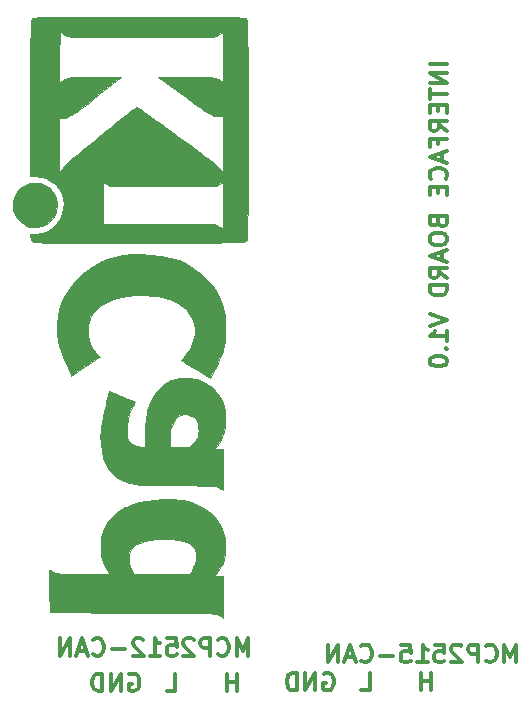
<source format=gbr>
%TF.GenerationSoftware,KiCad,Pcbnew,5.99.0-unknown-b63c482347~127~ubuntu20.04.1*%
%TF.CreationDate,2021-04-29T12:01:30+02:00*%
%TF.ProjectId,bbb-can-bus-cape,6262622d-6361-46e2-9d62-75732d636170,rev?*%
%TF.SameCoordinates,Original*%
%TF.FileFunction,Legend,Bot*%
%TF.FilePolarity,Positive*%
%FSLAX46Y46*%
G04 Gerber Fmt 4.6, Leading zero omitted, Abs format (unit mm)*
G04 Created by KiCad (PCBNEW 5.99.0-unknown-b63c482347~127~ubuntu20.04.1) date 2021-04-29 12:01:30*
%MOMM*%
%LPD*%
G01*
G04 APERTURE LIST*
%ADD10C,0.300000*%
%ADD11C,0.010000*%
G04 APERTURE END LIST*
D10*
X133525814Y-122730971D02*
X134240100Y-122730971D01*
X134240100Y-121230971D01*
X146812957Y-121232400D02*
X146955814Y-121160971D01*
X147170100Y-121160971D01*
X147384385Y-121232400D01*
X147527242Y-121375257D01*
X147598671Y-121518114D01*
X147670100Y-121803828D01*
X147670100Y-122018114D01*
X147598671Y-122303828D01*
X147527242Y-122446685D01*
X147384385Y-122589542D01*
X147170100Y-122660971D01*
X147027242Y-122660971D01*
X146812957Y-122589542D01*
X146741528Y-122518114D01*
X146741528Y-122018114D01*
X147027242Y-122018114D01*
X146098671Y-122660971D02*
X146098671Y-121160971D01*
X145241528Y-122660971D01*
X145241528Y-121160971D01*
X144527242Y-122660971D02*
X144527242Y-121160971D01*
X144170100Y-121160971D01*
X143955814Y-121232400D01*
X143812957Y-121375257D01*
X143741528Y-121518114D01*
X143670100Y-121803828D01*
X143670100Y-122018114D01*
X143741528Y-122303828D01*
X143812957Y-122446685D01*
X143955814Y-122589542D01*
X144170100Y-122660971D01*
X144527242Y-122660971D01*
X140434385Y-119740971D02*
X140434385Y-118240971D01*
X139934385Y-119312400D01*
X139434385Y-118240971D01*
X139434385Y-119740971D01*
X137862957Y-119598114D02*
X137934385Y-119669542D01*
X138148671Y-119740971D01*
X138291528Y-119740971D01*
X138505814Y-119669542D01*
X138648671Y-119526685D01*
X138720100Y-119383828D01*
X138791528Y-119098114D01*
X138791528Y-118883828D01*
X138720100Y-118598114D01*
X138648671Y-118455257D01*
X138505814Y-118312400D01*
X138291528Y-118240971D01*
X138148671Y-118240971D01*
X137934385Y-118312400D01*
X137862957Y-118383828D01*
X137220100Y-119740971D02*
X137220100Y-118240971D01*
X136648671Y-118240971D01*
X136505814Y-118312400D01*
X136434385Y-118383828D01*
X136362957Y-118526685D01*
X136362957Y-118740971D01*
X136434385Y-118883828D01*
X136505814Y-118955257D01*
X136648671Y-119026685D01*
X137220100Y-119026685D01*
X135791528Y-118383828D02*
X135720100Y-118312400D01*
X135577242Y-118240971D01*
X135220100Y-118240971D01*
X135077242Y-118312400D01*
X135005814Y-118383828D01*
X134934385Y-118526685D01*
X134934385Y-118669542D01*
X135005814Y-118883828D01*
X135862957Y-119740971D01*
X134934385Y-119740971D01*
X133577242Y-118240971D02*
X134291528Y-118240971D01*
X134362957Y-118955257D01*
X134291528Y-118883828D01*
X134148671Y-118812400D01*
X133791528Y-118812400D01*
X133648671Y-118883828D01*
X133577242Y-118955257D01*
X133505814Y-119098114D01*
X133505814Y-119455257D01*
X133577242Y-119598114D01*
X133648671Y-119669542D01*
X133791528Y-119740971D01*
X134148671Y-119740971D01*
X134291528Y-119669542D01*
X134362957Y-119598114D01*
X132077242Y-119740971D02*
X132934385Y-119740971D01*
X132505814Y-119740971D02*
X132505814Y-118240971D01*
X132648671Y-118455257D01*
X132791528Y-118598114D01*
X132934385Y-118669542D01*
X131505814Y-118383828D02*
X131434385Y-118312400D01*
X131291528Y-118240971D01*
X130934385Y-118240971D01*
X130791528Y-118312400D01*
X130720100Y-118383828D01*
X130648671Y-118526685D01*
X130648671Y-118669542D01*
X130720100Y-118883828D01*
X131577242Y-119740971D01*
X130648671Y-119740971D01*
X130005814Y-119169542D02*
X128862957Y-119169542D01*
X127291528Y-119598114D02*
X127362957Y-119669542D01*
X127577242Y-119740971D01*
X127720100Y-119740971D01*
X127934385Y-119669542D01*
X128077242Y-119526685D01*
X128148671Y-119383828D01*
X128220100Y-119098114D01*
X128220100Y-118883828D01*
X128148671Y-118598114D01*
X128077242Y-118455257D01*
X127934385Y-118312400D01*
X127720100Y-118240971D01*
X127577242Y-118240971D01*
X127362957Y-118312400D01*
X127291528Y-118383828D01*
X126720100Y-119312400D02*
X126005814Y-119312400D01*
X126862957Y-119740971D02*
X126362957Y-118240971D01*
X125862957Y-119740971D01*
X125362957Y-119740971D02*
X125362957Y-118240971D01*
X124505814Y-119740971D01*
X124505814Y-118240971D01*
X163104385Y-120270971D02*
X163104385Y-118770971D01*
X162604385Y-119842400D01*
X162104385Y-118770971D01*
X162104385Y-120270971D01*
X160532957Y-120128114D02*
X160604385Y-120199542D01*
X160818671Y-120270971D01*
X160961528Y-120270971D01*
X161175814Y-120199542D01*
X161318671Y-120056685D01*
X161390100Y-119913828D01*
X161461528Y-119628114D01*
X161461528Y-119413828D01*
X161390100Y-119128114D01*
X161318671Y-118985257D01*
X161175814Y-118842400D01*
X160961528Y-118770971D01*
X160818671Y-118770971D01*
X160604385Y-118842400D01*
X160532957Y-118913828D01*
X159890100Y-120270971D02*
X159890100Y-118770971D01*
X159318671Y-118770971D01*
X159175814Y-118842400D01*
X159104385Y-118913828D01*
X159032957Y-119056685D01*
X159032957Y-119270971D01*
X159104385Y-119413828D01*
X159175814Y-119485257D01*
X159318671Y-119556685D01*
X159890100Y-119556685D01*
X158461528Y-118913828D02*
X158390100Y-118842400D01*
X158247242Y-118770971D01*
X157890100Y-118770971D01*
X157747242Y-118842400D01*
X157675814Y-118913828D01*
X157604385Y-119056685D01*
X157604385Y-119199542D01*
X157675814Y-119413828D01*
X158532957Y-120270971D01*
X157604385Y-120270971D01*
X156247242Y-118770971D02*
X156961528Y-118770971D01*
X157032957Y-119485257D01*
X156961528Y-119413828D01*
X156818671Y-119342400D01*
X156461528Y-119342400D01*
X156318671Y-119413828D01*
X156247242Y-119485257D01*
X156175814Y-119628114D01*
X156175814Y-119985257D01*
X156247242Y-120128114D01*
X156318671Y-120199542D01*
X156461528Y-120270971D01*
X156818671Y-120270971D01*
X156961528Y-120199542D01*
X157032957Y-120128114D01*
X154747242Y-120270971D02*
X155604385Y-120270971D01*
X155175814Y-120270971D02*
X155175814Y-118770971D01*
X155318671Y-118985257D01*
X155461528Y-119128114D01*
X155604385Y-119199542D01*
X153390100Y-118770971D02*
X154104385Y-118770971D01*
X154175814Y-119485257D01*
X154104385Y-119413828D01*
X153961528Y-119342400D01*
X153604385Y-119342400D01*
X153461528Y-119413828D01*
X153390100Y-119485257D01*
X153318671Y-119628114D01*
X153318671Y-119985257D01*
X153390100Y-120128114D01*
X153461528Y-120199542D01*
X153604385Y-120270971D01*
X153961528Y-120270971D01*
X154104385Y-120199542D01*
X154175814Y-120128114D01*
X152675814Y-119699542D02*
X151532957Y-119699542D01*
X149961528Y-120128114D02*
X150032957Y-120199542D01*
X150247242Y-120270971D01*
X150390100Y-120270971D01*
X150604385Y-120199542D01*
X150747242Y-120056685D01*
X150818671Y-119913828D01*
X150890100Y-119628114D01*
X150890100Y-119413828D01*
X150818671Y-119128114D01*
X150747242Y-118985257D01*
X150604385Y-118842400D01*
X150390100Y-118770971D01*
X150247242Y-118770971D01*
X150032957Y-118842400D01*
X149961528Y-118913828D01*
X149390100Y-119842400D02*
X148675814Y-119842400D01*
X149532957Y-120270971D02*
X149032957Y-118770971D01*
X148532957Y-120270971D01*
X148032957Y-120270971D02*
X148032957Y-118770971D01*
X147175814Y-120270971D01*
X147175814Y-118770971D01*
X139458671Y-122730971D02*
X139458671Y-121230971D01*
X139458671Y-121945257D02*
X138601528Y-121945257D01*
X138601528Y-122730971D02*
X138601528Y-121230971D01*
X157268671Y-69642400D02*
X155768671Y-69642400D01*
X157268671Y-70356685D02*
X155768671Y-70356685D01*
X157268671Y-71213828D01*
X155768671Y-71213828D01*
X155768671Y-71713828D02*
X155768671Y-72570971D01*
X157268671Y-72142400D02*
X155768671Y-72142400D01*
X156482957Y-73070971D02*
X156482957Y-73570971D01*
X157268671Y-73785257D02*
X157268671Y-73070971D01*
X155768671Y-73070971D01*
X155768671Y-73785257D01*
X157268671Y-75285257D02*
X156554385Y-74785257D01*
X157268671Y-74428114D02*
X155768671Y-74428114D01*
X155768671Y-74999542D01*
X155840100Y-75142400D01*
X155911528Y-75213828D01*
X156054385Y-75285257D01*
X156268671Y-75285257D01*
X156411528Y-75213828D01*
X156482957Y-75142400D01*
X156554385Y-74999542D01*
X156554385Y-74428114D01*
X156482957Y-76428114D02*
X156482957Y-75928114D01*
X157268671Y-75928114D02*
X155768671Y-75928114D01*
X155768671Y-76642400D01*
X156840100Y-77142400D02*
X156840100Y-77856685D01*
X157268671Y-76999542D02*
X155768671Y-77499542D01*
X157268671Y-77999542D01*
X157125814Y-79356685D02*
X157197242Y-79285257D01*
X157268671Y-79070971D01*
X157268671Y-78928114D01*
X157197242Y-78713828D01*
X157054385Y-78570971D01*
X156911528Y-78499542D01*
X156625814Y-78428114D01*
X156411528Y-78428114D01*
X156125814Y-78499542D01*
X155982957Y-78570971D01*
X155840100Y-78713828D01*
X155768671Y-78928114D01*
X155768671Y-79070971D01*
X155840100Y-79285257D01*
X155911528Y-79356685D01*
X156482957Y-79999542D02*
X156482957Y-80499542D01*
X157268671Y-80713828D02*
X157268671Y-79999542D01*
X155768671Y-79999542D01*
X155768671Y-80713828D01*
X156482957Y-82999542D02*
X156554385Y-83213828D01*
X156625814Y-83285257D01*
X156768671Y-83356685D01*
X156982957Y-83356685D01*
X157125814Y-83285257D01*
X157197242Y-83213828D01*
X157268671Y-83070971D01*
X157268671Y-82499542D01*
X155768671Y-82499542D01*
X155768671Y-82999542D01*
X155840100Y-83142400D01*
X155911528Y-83213828D01*
X156054385Y-83285257D01*
X156197242Y-83285257D01*
X156340100Y-83213828D01*
X156411528Y-83142400D01*
X156482957Y-82999542D01*
X156482957Y-82499542D01*
X155768671Y-84285257D02*
X155768671Y-84570971D01*
X155840100Y-84713828D01*
X155982957Y-84856685D01*
X156268671Y-84928114D01*
X156768671Y-84928114D01*
X157054385Y-84856685D01*
X157197242Y-84713828D01*
X157268671Y-84570971D01*
X157268671Y-84285257D01*
X157197242Y-84142400D01*
X157054385Y-83999542D01*
X156768671Y-83928114D01*
X156268671Y-83928114D01*
X155982957Y-83999542D01*
X155840100Y-84142400D01*
X155768671Y-84285257D01*
X156840100Y-85499542D02*
X156840100Y-86213828D01*
X157268671Y-85356685D02*
X155768671Y-85856685D01*
X157268671Y-86356685D01*
X157268671Y-87713828D02*
X156554385Y-87213828D01*
X157268671Y-86856685D02*
X155768671Y-86856685D01*
X155768671Y-87428114D01*
X155840100Y-87570971D01*
X155911528Y-87642400D01*
X156054385Y-87713828D01*
X156268671Y-87713828D01*
X156411528Y-87642400D01*
X156482957Y-87570971D01*
X156554385Y-87428114D01*
X156554385Y-86856685D01*
X157268671Y-88356685D02*
X155768671Y-88356685D01*
X155768671Y-88713828D01*
X155840100Y-88928114D01*
X155982957Y-89070971D01*
X156125814Y-89142400D01*
X156411528Y-89213828D01*
X156625814Y-89213828D01*
X156911528Y-89142400D01*
X157054385Y-89070971D01*
X157197242Y-88928114D01*
X157268671Y-88713828D01*
X157268671Y-88356685D01*
X155768671Y-90785257D02*
X157268671Y-91285257D01*
X155768671Y-91785257D01*
X157268671Y-93070971D02*
X157268671Y-92213828D01*
X157268671Y-92642400D02*
X155768671Y-92642400D01*
X155982957Y-92499542D01*
X156125814Y-92356685D01*
X156197242Y-92213828D01*
X157125814Y-93713828D02*
X157197242Y-93785257D01*
X157268671Y-93713828D01*
X157197242Y-93642400D01*
X157125814Y-93713828D01*
X157268671Y-93713828D01*
X155768671Y-94713828D02*
X155768671Y-94856685D01*
X155840100Y-94999542D01*
X155911528Y-95070971D01*
X156054385Y-95142400D01*
X156340100Y-95213828D01*
X156697242Y-95213828D01*
X156982957Y-95142400D01*
X157125814Y-95070971D01*
X157197242Y-94999542D01*
X157268671Y-94856685D01*
X157268671Y-94713828D01*
X157197242Y-94570971D01*
X157125814Y-94499542D01*
X156982957Y-94428114D01*
X156697242Y-94356685D01*
X156340100Y-94356685D01*
X156054385Y-94428114D01*
X155911528Y-94499542D01*
X155840100Y-94570971D01*
X155768671Y-94713828D01*
X155918671Y-122660971D02*
X155918671Y-121160971D01*
X155918671Y-121875257D02*
X155061528Y-121875257D01*
X155061528Y-122660971D02*
X155061528Y-121160971D01*
X130352957Y-121302400D02*
X130495814Y-121230971D01*
X130710100Y-121230971D01*
X130924385Y-121302400D01*
X131067242Y-121445257D01*
X131138671Y-121588114D01*
X131210100Y-121873828D01*
X131210100Y-122088114D01*
X131138671Y-122373828D01*
X131067242Y-122516685D01*
X130924385Y-122659542D01*
X130710100Y-122730971D01*
X130567242Y-122730971D01*
X130352957Y-122659542D01*
X130281528Y-122588114D01*
X130281528Y-122088114D01*
X130567242Y-122088114D01*
X129638671Y-122730971D02*
X129638671Y-121230971D01*
X128781528Y-122730971D01*
X128781528Y-121230971D01*
X128067242Y-122730971D02*
X128067242Y-121230971D01*
X127710100Y-121230971D01*
X127495814Y-121302400D01*
X127352957Y-121445257D01*
X127281528Y-121588114D01*
X127210100Y-121873828D01*
X127210100Y-122088114D01*
X127281528Y-122373828D01*
X127352957Y-122516685D01*
X127495814Y-122659542D01*
X127710100Y-122730971D01*
X128067242Y-122730971D01*
X149985814Y-122660971D02*
X150700100Y-122660971D01*
X150700100Y-121160971D01*
D11*
%TO.C,REF\u002A\u002A*%
X127910713Y-101543985D02*
X127927785Y-101769520D01*
X127927785Y-101769520D02*
X128013637Y-102414803D01*
X128013637Y-102414803D02*
X128150571Y-102986269D01*
X128150571Y-102986269D02*
X128340471Y-103486700D01*
X128340471Y-103486700D02*
X128585220Y-103918881D01*
X128585220Y-103918881D02*
X128886703Y-104285594D01*
X128886703Y-104285594D02*
X129246804Y-104589623D01*
X129246804Y-104589623D02*
X129667407Y-104833752D01*
X129667407Y-104833752D02*
X130122501Y-105012019D01*
X130122501Y-105012019D02*
X130267669Y-105057269D01*
X130267669Y-105057269D02*
X130403612Y-105096673D01*
X130403612Y-105096673D02*
X130537648Y-105130695D01*
X130537648Y-105130695D02*
X130677098Y-105159799D01*
X130677098Y-105159799D02*
X130829280Y-105184450D01*
X130829280Y-105184450D02*
X131001512Y-105205113D01*
X131001512Y-105205113D02*
X131201115Y-105222251D01*
X131201115Y-105222251D02*
X131435405Y-105236330D01*
X131435405Y-105236330D02*
X131711703Y-105247814D01*
X131711703Y-105247814D02*
X132037327Y-105257168D01*
X132037327Y-105257168D02*
X132419596Y-105264856D01*
X132419596Y-105264856D02*
X132865829Y-105271343D01*
X132865829Y-105271343D02*
X133383345Y-105277092D01*
X133383345Y-105277092D02*
X133979463Y-105282570D01*
X133979463Y-105282570D02*
X134446874Y-105286486D01*
X134446874Y-105286486D02*
X137656014Y-105312830D01*
X137656014Y-105312830D02*
X137964839Y-105483529D01*
X137964839Y-105483529D02*
X138113618Y-105564359D01*
X138113618Y-105564359D02*
X138229180Y-105624510D01*
X138229180Y-105624510D02*
X138290690Y-105653206D01*
X138290690Y-105653206D02*
X138294857Y-105654227D01*
X138294857Y-105654227D02*
X138299625Y-105610367D01*
X138299625Y-105610367D02*
X138304019Y-105485418D01*
X138304019Y-105485418D02*
X138307914Y-105289335D01*
X138307914Y-105289335D02*
X138311188Y-105032067D01*
X138311188Y-105032067D02*
X138313716Y-104723567D01*
X138313716Y-104723567D02*
X138315375Y-104373788D01*
X138315375Y-104373788D02*
X138316042Y-103992679D01*
X138316042Y-103992679D02*
X138316050Y-103947238D01*
X138316050Y-103947238D02*
X138316050Y-102240249D01*
X138316050Y-102240249D02*
X137929132Y-102240249D01*
X137929132Y-102240249D02*
X137754278Y-102237338D01*
X137754278Y-102237338D02*
X137620551Y-102229571D01*
X137620551Y-102229571D02*
X137548852Y-102218394D01*
X137548852Y-102218394D02*
X137542214Y-102213454D01*
X137542214Y-102213454D02*
X137570017Y-102168272D01*
X137570017Y-102168272D02*
X137642985Y-102075285D01*
X137642985Y-102075285D02*
X137745459Y-101954426D01*
X137745459Y-101954426D02*
X137747830Y-101951716D01*
X137747830Y-101951716D02*
X137912033Y-101731163D01*
X137912033Y-101731163D02*
X138076915Y-101452622D01*
X138076915Y-101452622D02*
X138226277Y-101147567D01*
X138226277Y-101147567D02*
X138343921Y-100847471D01*
X138343921Y-100847471D02*
X138384124Y-100715339D01*
X138384124Y-100715339D02*
X138435186Y-100452385D01*
X138435186Y-100452385D02*
X138467770Y-100129729D01*
X138467770Y-100129729D02*
X138481411Y-99776906D01*
X138481411Y-99776906D02*
X138475645Y-99423453D01*
X138475645Y-99423453D02*
X138450008Y-99098907D01*
X138450008Y-99098907D02*
X138413118Y-98871790D01*
X138413118Y-98871790D02*
X138249560Y-98314824D01*
X138249560Y-98314824D02*
X138016465Y-97813405D01*
X138016465Y-97813405D02*
X137716723Y-97370799D01*
X137716723Y-97370799D02*
X137353227Y-96990268D01*
X137353227Y-96990268D02*
X136928869Y-96675077D01*
X136928869Y-96675077D02*
X136446540Y-96428488D01*
X136446540Y-96428488D02*
X136153863Y-96322108D01*
X136153863Y-96322108D02*
X135869394Y-96255438D01*
X135869394Y-96255438D02*
X135527897Y-96211255D01*
X135527897Y-96211255D02*
X135160873Y-96190812D01*
X135160873Y-96190812D02*
X135107467Y-96191484D01*
X135107467Y-96191484D02*
X135107467Y-99270088D01*
X135107467Y-99270088D02*
X135380188Y-99295617D01*
X135380188Y-99295617D02*
X135606837Y-99380625D01*
X135606837Y-99380625D02*
X135817113Y-99537741D01*
X135817113Y-99537741D02*
X135878772Y-99598085D01*
X135878772Y-99598085D02*
X136045468Y-99812600D01*
X136045468Y-99812600D02*
X136152256Y-100060541D01*
X136152256Y-100060541D02*
X136203949Y-100357589D01*
X136203949Y-100357589D02*
X136207754Y-100670398D01*
X136207754Y-100670398D02*
X136182623Y-100967090D01*
X136182623Y-100967090D02*
X136133468Y-101194254D01*
X136133468Y-101194254D02*
X136096548Y-101292910D01*
X136096548Y-101292910D02*
X135995926Y-101470725D01*
X135995926Y-101470725D02*
X135854415Y-101659129D01*
X135854415Y-101659129D02*
X135695592Y-101831025D01*
X135695592Y-101831025D02*
X135543033Y-101959318D01*
X135543033Y-101959318D02*
X135487069Y-101993385D01*
X135487069Y-101993385D02*
X135408695Y-102019868D01*
X135408695Y-102019868D02*
X135283988Y-102038697D01*
X135283988Y-102038697D02*
X135101033Y-102050748D01*
X135101033Y-102050748D02*
X134847920Y-102056900D01*
X134847920Y-102056900D02*
X134607025Y-102058170D01*
X134607025Y-102058170D02*
X134326173Y-102057310D01*
X134326173Y-102057310D02*
X134123098Y-102053834D01*
X134123098Y-102053834D02*
X133984543Y-102046403D01*
X133984543Y-102046403D02*
X133897254Y-102033676D01*
X133897254Y-102033676D02*
X133847976Y-102014311D01*
X133847976Y-102014311D02*
X133823454Y-101986968D01*
X133823454Y-101986968D02*
X133819549Y-101978511D01*
X133819549Y-101978511D02*
X133807521Y-101905018D01*
X133807521Y-101905018D02*
X133797683Y-101760068D01*
X133797683Y-101760068D02*
X133790922Y-101563234D01*
X133790922Y-101563234D02*
X133788125Y-101334090D01*
X133788125Y-101334090D02*
X133788122Y-101284335D01*
X133788122Y-101284335D02*
X133793010Y-100978043D01*
X133793010Y-100978043D02*
X133807549Y-100741412D01*
X133807549Y-100741412D02*
X133833728Y-100553385D01*
X133833728Y-100553385D02*
X133871963Y-100398071D01*
X133871963Y-100398071D02*
X134017659Y-100012810D01*
X134017659Y-100012810D02*
X134196784Y-99710689D01*
X134196784Y-99710689D02*
X134412203Y-99489091D01*
X134412203Y-99489091D02*
X134666783Y-99345402D01*
X134666783Y-99345402D02*
X134963387Y-99277004D01*
X134963387Y-99277004D02*
X135107467Y-99270088D01*
X135107467Y-99270088D02*
X135107467Y-96191484D01*
X135107467Y-96191484D02*
X134799823Y-96195360D01*
X134799823Y-96195360D02*
X134476248Y-96226154D01*
X134476248Y-96226154D02*
X134345520Y-96250174D01*
X134345520Y-96250174D02*
X133860129Y-96403550D01*
X133860129Y-96403550D02*
X133413523Y-96636773D01*
X133413523Y-96636773D02*
X133009986Y-96945439D01*
X133009986Y-96945439D02*
X132653802Y-97325147D01*
X132653802Y-97325147D02*
X132349253Y-97771495D01*
X132349253Y-97771495D02*
X132100624Y-98280079D01*
X132100624Y-98280079D02*
X131949645Y-98712471D01*
X131949645Y-98712471D02*
X131870326Y-99001457D01*
X131870326Y-99001457D02*
X131808692Y-99277870D01*
X131808692Y-99277870D02*
X131762742Y-99559615D01*
X131762742Y-99559615D02*
X131730474Y-99864596D01*
X131730474Y-99864596D02*
X131709886Y-100210716D01*
X131709886Y-100210716D02*
X131698977Y-100615879D01*
X131698977Y-100615879D02*
X131695905Y-100982187D01*
X131695905Y-100982187D02*
X131692931Y-102068390D01*
X131692931Y-102068390D02*
X131366430Y-102047583D01*
X131366430Y-102047583D02*
X131012171Y-101988495D01*
X131012171Y-101988495D02*
X130707672Y-101862802D01*
X130707672Y-101862802D02*
X130460536Y-101675855D01*
X130460536Y-101675855D02*
X130278366Y-101433006D01*
X130278366Y-101433006D02*
X130189473Y-101219173D01*
X130189473Y-101219173D02*
X130133449Y-100912792D01*
X130133449Y-100912792D02*
X130125404Y-100548057D01*
X130125404Y-100548057D02*
X130162372Y-100142066D01*
X130162372Y-100142066D02*
X130241386Y-99711918D01*
X130241386Y-99711918D02*
X130359482Y-99274709D01*
X130359482Y-99274709D02*
X130513692Y-98847537D01*
X130513692Y-98847537D02*
X130654730Y-98537107D01*
X130654730Y-98537107D02*
X130727152Y-98387752D01*
X130727152Y-98387752D02*
X130777734Y-98273831D01*
X130777734Y-98273831D02*
X130797471Y-98215896D01*
X130797471Y-98215896D02*
X130796838Y-98212751D01*
X130796838Y-98212751D02*
X130752629Y-98192759D01*
X130752629Y-98192759D02*
X130635450Y-98142837D01*
X130635450Y-98142837D02*
X130456525Y-98067683D01*
X130456525Y-98067683D02*
X130227083Y-97971995D01*
X130227083Y-97971995D02*
X129958349Y-97860470D01*
X129958349Y-97860470D02*
X129684092Y-97747107D01*
X129684092Y-97747107D02*
X128585647Y-97293895D01*
X128585647Y-97293895D02*
X128532698Y-97616266D01*
X128532698Y-97616266D02*
X128506131Y-97755991D01*
X128506131Y-97755991D02*
X128461512Y-97966038D01*
X128461512Y-97966038D02*
X128402889Y-98228413D01*
X128402889Y-98228413D02*
X128334314Y-98525122D01*
X128334314Y-98525122D02*
X128259837Y-98838172D01*
X128259837Y-98838172D02*
X128229571Y-98962830D01*
X128229571Y-98962830D02*
X128104485Y-99502130D01*
X128104485Y-99502130D02*
X128010704Y-99974287D01*
X128010704Y-99974287D02*
X127946331Y-100396925D01*
X127946331Y-100396925D02*
X127909471Y-100787670D01*
X127909471Y-100787670D02*
X127898230Y-101164148D01*
X127898230Y-101164148D02*
X127910713Y-101543985D01*
X127910713Y-101543985D02*
X127910713Y-101543985D01*
G36*
X135527897Y-96211255D02*
G01*
X135869394Y-96255438D01*
X136153863Y-96322108D01*
X136446540Y-96428488D01*
X136928869Y-96675077D01*
X137353227Y-96990268D01*
X137716723Y-97370799D01*
X138016465Y-97813405D01*
X138249560Y-98314824D01*
X138413118Y-98871790D01*
X138450008Y-99098907D01*
X138475645Y-99423453D01*
X138481411Y-99776906D01*
X138467770Y-100129729D01*
X138435186Y-100452385D01*
X138384124Y-100715339D01*
X138343921Y-100847471D01*
X138226277Y-101147567D01*
X138076915Y-101452622D01*
X137912033Y-101731163D01*
X137747830Y-101951716D01*
X137745459Y-101954426D01*
X137642985Y-102075285D01*
X137570017Y-102168272D01*
X137542214Y-102213454D01*
X137548852Y-102218394D01*
X137620551Y-102229571D01*
X137754278Y-102237338D01*
X137929132Y-102240249D01*
X138316050Y-102240249D01*
X138316050Y-103947238D01*
X138316042Y-103992679D01*
X138315375Y-104373788D01*
X138313716Y-104723567D01*
X138311188Y-105032067D01*
X138307914Y-105289335D01*
X138304019Y-105485418D01*
X138299625Y-105610367D01*
X138294857Y-105654227D01*
X138290690Y-105653206D01*
X138229180Y-105624510D01*
X138113618Y-105564359D01*
X137964839Y-105483529D01*
X137656014Y-105312830D01*
X134446874Y-105286486D01*
X133979463Y-105282570D01*
X133383345Y-105277092D01*
X132865829Y-105271343D01*
X132419596Y-105264856D01*
X132037327Y-105257168D01*
X131711703Y-105247814D01*
X131435405Y-105236330D01*
X131201115Y-105222251D01*
X131001512Y-105205113D01*
X130829280Y-105184450D01*
X130677098Y-105159799D01*
X130537648Y-105130695D01*
X130403612Y-105096673D01*
X130267669Y-105057269D01*
X130122501Y-105012019D01*
X129667407Y-104833752D01*
X129246804Y-104589623D01*
X128886703Y-104285594D01*
X128585220Y-103918881D01*
X128340471Y-103486700D01*
X128150571Y-102986269D01*
X128013637Y-102414803D01*
X127927785Y-101769520D01*
X127910713Y-101543985D01*
X127898230Y-101164148D01*
X127909471Y-100787670D01*
X127946331Y-100396925D01*
X128010704Y-99974287D01*
X128104485Y-99502130D01*
X128229571Y-98962830D01*
X128259837Y-98838172D01*
X128334314Y-98525122D01*
X128402889Y-98228413D01*
X128461512Y-97966038D01*
X128506131Y-97755991D01*
X128532698Y-97616266D01*
X128585647Y-97293895D01*
X129684092Y-97747107D01*
X129958349Y-97860470D01*
X130227083Y-97971995D01*
X130456525Y-98067683D01*
X130635450Y-98142837D01*
X130752629Y-98192759D01*
X130796838Y-98212751D01*
X130797471Y-98215896D01*
X130777734Y-98273831D01*
X130727152Y-98387752D01*
X130654730Y-98537107D01*
X130513692Y-98847537D01*
X130359482Y-99274709D01*
X130241386Y-99711918D01*
X130162372Y-100142066D01*
X130125404Y-100548057D01*
X130133449Y-100912792D01*
X130189473Y-101219173D01*
X130278366Y-101433006D01*
X130460536Y-101675855D01*
X130707672Y-101862802D01*
X131012171Y-101988495D01*
X131366430Y-102047583D01*
X131692931Y-102068390D01*
X131695078Y-101284335D01*
X133788122Y-101284335D01*
X133788125Y-101334090D01*
X133790922Y-101563234D01*
X133797683Y-101760068D01*
X133807521Y-101905018D01*
X133819549Y-101978511D01*
X133823454Y-101986968D01*
X133847976Y-102014311D01*
X133897254Y-102033676D01*
X133984543Y-102046403D01*
X134123098Y-102053834D01*
X134326173Y-102057310D01*
X134607025Y-102058170D01*
X134847920Y-102056900D01*
X135101033Y-102050748D01*
X135283988Y-102038697D01*
X135408695Y-102019868D01*
X135487069Y-101993385D01*
X135543033Y-101959318D01*
X135695592Y-101831025D01*
X135854415Y-101659129D01*
X135995926Y-101470725D01*
X136096548Y-101292910D01*
X136133468Y-101194254D01*
X136182623Y-100967090D01*
X136207754Y-100670398D01*
X136203949Y-100357589D01*
X136152256Y-100060541D01*
X136045468Y-99812600D01*
X135878772Y-99598085D01*
X135817113Y-99537741D01*
X135606837Y-99380625D01*
X135380188Y-99295617D01*
X135107467Y-99270088D01*
X134963387Y-99277004D01*
X134666783Y-99345402D01*
X134412203Y-99489091D01*
X134196784Y-99710689D01*
X134017659Y-100012810D01*
X133871963Y-100398071D01*
X133833728Y-100553385D01*
X133807549Y-100741412D01*
X133793010Y-100978043D01*
X133788122Y-101284335D01*
X131695078Y-101284335D01*
X131695905Y-100982187D01*
X131698977Y-100615879D01*
X131709886Y-100210716D01*
X131730474Y-99864596D01*
X131762742Y-99559615D01*
X131808692Y-99277870D01*
X131870326Y-99001457D01*
X131949645Y-98712471D01*
X132100624Y-98280079D01*
X132349253Y-97771495D01*
X132653802Y-97325147D01*
X133009986Y-96945439D01*
X133413523Y-96636773D01*
X133860129Y-96403550D01*
X134345520Y-96250174D01*
X134476248Y-96226154D01*
X134799823Y-96195360D01*
X135107467Y-96191484D01*
X135160873Y-96190812D01*
X135527897Y-96211255D01*
G37*
X135527897Y-96211255D02*
X135869394Y-96255438D01*
X136153863Y-96322108D01*
X136446540Y-96428488D01*
X136928869Y-96675077D01*
X137353227Y-96990268D01*
X137716723Y-97370799D01*
X138016465Y-97813405D01*
X138249560Y-98314824D01*
X138413118Y-98871790D01*
X138450008Y-99098907D01*
X138475645Y-99423453D01*
X138481411Y-99776906D01*
X138467770Y-100129729D01*
X138435186Y-100452385D01*
X138384124Y-100715339D01*
X138343921Y-100847471D01*
X138226277Y-101147567D01*
X138076915Y-101452622D01*
X137912033Y-101731163D01*
X137747830Y-101951716D01*
X137745459Y-101954426D01*
X137642985Y-102075285D01*
X137570017Y-102168272D01*
X137542214Y-102213454D01*
X137548852Y-102218394D01*
X137620551Y-102229571D01*
X137754278Y-102237338D01*
X137929132Y-102240249D01*
X138316050Y-102240249D01*
X138316050Y-103947238D01*
X138316042Y-103992679D01*
X138315375Y-104373788D01*
X138313716Y-104723567D01*
X138311188Y-105032067D01*
X138307914Y-105289335D01*
X138304019Y-105485418D01*
X138299625Y-105610367D01*
X138294857Y-105654227D01*
X138290690Y-105653206D01*
X138229180Y-105624510D01*
X138113618Y-105564359D01*
X137964839Y-105483529D01*
X137656014Y-105312830D01*
X134446874Y-105286486D01*
X133979463Y-105282570D01*
X133383345Y-105277092D01*
X132865829Y-105271343D01*
X132419596Y-105264856D01*
X132037327Y-105257168D01*
X131711703Y-105247814D01*
X131435405Y-105236330D01*
X131201115Y-105222251D01*
X131001512Y-105205113D01*
X130829280Y-105184450D01*
X130677098Y-105159799D01*
X130537648Y-105130695D01*
X130403612Y-105096673D01*
X130267669Y-105057269D01*
X130122501Y-105012019D01*
X129667407Y-104833752D01*
X129246804Y-104589623D01*
X128886703Y-104285594D01*
X128585220Y-103918881D01*
X128340471Y-103486700D01*
X128150571Y-102986269D01*
X128013637Y-102414803D01*
X127927785Y-101769520D01*
X127910713Y-101543985D01*
X127898230Y-101164148D01*
X127909471Y-100787670D01*
X127946331Y-100396925D01*
X128010704Y-99974287D01*
X128104485Y-99502130D01*
X128229571Y-98962830D01*
X128259837Y-98838172D01*
X128334314Y-98525122D01*
X128402889Y-98228413D01*
X128461512Y-97966038D01*
X128506131Y-97755991D01*
X128532698Y-97616266D01*
X128585647Y-97293895D01*
X129684092Y-97747107D01*
X129958349Y-97860470D01*
X130227083Y-97971995D01*
X130456525Y-98067683D01*
X130635450Y-98142837D01*
X130752629Y-98192759D01*
X130796838Y-98212751D01*
X130797471Y-98215896D01*
X130777734Y-98273831D01*
X130727152Y-98387752D01*
X130654730Y-98537107D01*
X130513692Y-98847537D01*
X130359482Y-99274709D01*
X130241386Y-99711918D01*
X130162372Y-100142066D01*
X130125404Y-100548057D01*
X130133449Y-100912792D01*
X130189473Y-101219173D01*
X130278366Y-101433006D01*
X130460536Y-101675855D01*
X130707672Y-101862802D01*
X131012171Y-101988495D01*
X131366430Y-102047583D01*
X131692931Y-102068390D01*
X131695078Y-101284335D01*
X133788122Y-101284335D01*
X133788125Y-101334090D01*
X133790922Y-101563234D01*
X133797683Y-101760068D01*
X133807521Y-101905018D01*
X133819549Y-101978511D01*
X133823454Y-101986968D01*
X133847976Y-102014311D01*
X133897254Y-102033676D01*
X133984543Y-102046403D01*
X134123098Y-102053834D01*
X134326173Y-102057310D01*
X134607025Y-102058170D01*
X134847920Y-102056900D01*
X135101033Y-102050748D01*
X135283988Y-102038697D01*
X135408695Y-102019868D01*
X135487069Y-101993385D01*
X135543033Y-101959318D01*
X135695592Y-101831025D01*
X135854415Y-101659129D01*
X135995926Y-101470725D01*
X136096548Y-101292910D01*
X136133468Y-101194254D01*
X136182623Y-100967090D01*
X136207754Y-100670398D01*
X136203949Y-100357589D01*
X136152256Y-100060541D01*
X136045468Y-99812600D01*
X135878772Y-99598085D01*
X135817113Y-99537741D01*
X135606837Y-99380625D01*
X135380188Y-99295617D01*
X135107467Y-99270088D01*
X134963387Y-99277004D01*
X134666783Y-99345402D01*
X134412203Y-99489091D01*
X134196784Y-99710689D01*
X134017659Y-100012810D01*
X133871963Y-100398071D01*
X133833728Y-100553385D01*
X133807549Y-100741412D01*
X133793010Y-100978043D01*
X133788122Y-101284335D01*
X131695078Y-101284335D01*
X131695905Y-100982187D01*
X131698977Y-100615879D01*
X131709886Y-100210716D01*
X131730474Y-99864596D01*
X131762742Y-99559615D01*
X131808692Y-99277870D01*
X131870326Y-99001457D01*
X131949645Y-98712471D01*
X132100624Y-98280079D01*
X132349253Y-97771495D01*
X132653802Y-97325147D01*
X133009986Y-96945439D01*
X133413523Y-96636773D01*
X133860129Y-96403550D01*
X134345520Y-96250174D01*
X134476248Y-96226154D01*
X134799823Y-96195360D01*
X135107467Y-96191484D01*
X135160873Y-96190812D01*
X135527897Y-96211255D01*
X121974336Y-71296657D02*
X121974454Y-72173661D01*
X121974454Y-72173661D02*
X121974472Y-72581895D01*
X121974472Y-72581895D02*
X121974472Y-79116235D01*
X121974472Y-79116235D02*
X122359656Y-79116235D01*
X122359656Y-79116235D02*
X122828393Y-79157347D01*
X122828393Y-79157347D02*
X123260698Y-79281427D01*
X123260698Y-79281427D02*
X123659140Y-79489590D01*
X123659140Y-79489590D02*
X124026289Y-79782950D01*
X124026289Y-79782950D02*
X124125449Y-79882203D01*
X124125449Y-79882203D02*
X124406718Y-80239241D01*
X124406718Y-80239241D02*
X124611854Y-80632918D01*
X124611854Y-80632918D02*
X124740950Y-81051539D01*
X124740950Y-81051539D02*
X124794099Y-81483412D01*
X124794099Y-81483412D02*
X124771394Y-81916845D01*
X124771394Y-81916845D02*
X124672928Y-82340145D01*
X124672928Y-82340145D02*
X124498796Y-82741619D01*
X124498796Y-82741619D02*
X124249088Y-83109574D01*
X124249088Y-83109574D02*
X124098435Y-83274828D01*
X124098435Y-83274828D02*
X123729060Y-83582778D01*
X123729060Y-83582778D02*
X123322869Y-83808594D01*
X123322869Y-83808594D02*
X122884504Y-83950306D01*
X122884504Y-83950306D02*
X122418610Y-84005947D01*
X122418610Y-84005947D02*
X122372777Y-84006686D01*
X122372777Y-84006686D02*
X121974487Y-84009604D01*
X121974487Y-84009604D02*
X121974480Y-84184659D01*
X121974480Y-84184659D02*
X121995555Y-84339950D01*
X121995555Y-84339950D02*
X122046834Y-84481807D01*
X122046834Y-84481807D02*
X122052132Y-84491182D01*
X122052132Y-84491182D02*
X122068756Y-84523221D01*
X122068756Y-84523221D02*
X122081703Y-84552643D01*
X122081703Y-84552643D02*
X122094744Y-84579553D01*
X122094744Y-84579553D02*
X122111650Y-84604058D01*
X122111650Y-84604058D02*
X122136192Y-84626265D01*
X122136192Y-84626265D02*
X122172141Y-84646280D01*
X122172141Y-84646280D02*
X122223269Y-84664208D01*
X122223269Y-84664208D02*
X122293345Y-84680157D01*
X122293345Y-84680157D02*
X122386143Y-84694232D01*
X122386143Y-84694232D02*
X122505432Y-84706541D01*
X122505432Y-84706541D02*
X122654984Y-84717188D01*
X122654984Y-84717188D02*
X122838569Y-84726282D01*
X122838569Y-84726282D02*
X123059960Y-84733927D01*
X123059960Y-84733927D02*
X123322927Y-84740231D01*
X123322927Y-84740231D02*
X123631241Y-84745300D01*
X123631241Y-84745300D02*
X123988673Y-84749239D01*
X123988673Y-84749239D02*
X124398995Y-84752156D01*
X124398995Y-84752156D02*
X124865978Y-84754156D01*
X124865978Y-84754156D02*
X125393392Y-84755346D01*
X125393392Y-84755346D02*
X125985009Y-84755833D01*
X125985009Y-84755833D02*
X126644601Y-84755722D01*
X126644601Y-84755722D02*
X127375937Y-84755121D01*
X127375937Y-84755121D02*
X128182789Y-84754134D01*
X128182789Y-84754134D02*
X129068929Y-84752869D01*
X129068929Y-84752869D02*
X130038128Y-84751432D01*
X130038128Y-84751432D02*
X131094156Y-84749930D01*
X131094156Y-84749930D02*
X131222815Y-84749755D01*
X131222815Y-84749755D02*
X132285578Y-84748408D01*
X132285578Y-84748408D02*
X133261071Y-84747265D01*
X133261071Y-84747265D02*
X134153064Y-84746205D01*
X134153064Y-84746205D02*
X134965326Y-84745106D01*
X134965326Y-84745106D02*
X135701628Y-84743849D01*
X135701628Y-84743849D02*
X136365737Y-84742312D01*
X136365737Y-84742312D02*
X136961424Y-84740373D01*
X136961424Y-84740373D02*
X137492459Y-84737912D01*
X137492459Y-84737912D02*
X137962609Y-84734808D01*
X137962609Y-84734808D02*
X138375646Y-84730940D01*
X138375646Y-84730940D02*
X138735338Y-84726186D01*
X138735338Y-84726186D02*
X139045455Y-84720425D01*
X139045455Y-84720425D02*
X139309766Y-84713537D01*
X139309766Y-84713537D02*
X139532040Y-84705400D01*
X139532040Y-84705400D02*
X139716048Y-84695894D01*
X139716048Y-84695894D02*
X139865558Y-84684897D01*
X139865558Y-84684897D02*
X139984340Y-84672288D01*
X139984340Y-84672288D02*
X140076163Y-84657946D01*
X140076163Y-84657946D02*
X140144796Y-84641750D01*
X140144796Y-84641750D02*
X140194010Y-84623579D01*
X140194010Y-84623579D02*
X140227574Y-84603312D01*
X140227574Y-84603312D02*
X140249256Y-84580828D01*
X140249256Y-84580828D02*
X140262826Y-84556006D01*
X140262826Y-84556006D02*
X140272055Y-84528724D01*
X140272055Y-84528724D02*
X140280710Y-84498862D01*
X140280710Y-84498862D02*
X140292562Y-84466299D01*
X140292562Y-84466299D02*
X140296170Y-84458344D01*
X140296170Y-84458344D02*
X140304277Y-84433343D01*
X140304277Y-84433343D02*
X140311726Y-84391499D01*
X140311726Y-84391499D02*
X140318543Y-84329157D01*
X140318543Y-84329157D02*
X140324755Y-84242664D01*
X140324755Y-84242664D02*
X140330388Y-84128367D01*
X140330388Y-84128367D02*
X140335468Y-83982612D01*
X140335468Y-83982612D02*
X140340023Y-83801744D01*
X140340023Y-83801744D02*
X140344079Y-83582110D01*
X140344079Y-83582110D02*
X140347661Y-83320057D01*
X140347661Y-83320057D02*
X140350798Y-83011931D01*
X140350798Y-83011931D02*
X140353515Y-82654078D01*
X140353515Y-82654078D02*
X140355839Y-82242844D01*
X140355839Y-82242844D02*
X140357796Y-81774576D01*
X140357796Y-81774576D02*
X140359412Y-81245620D01*
X140359412Y-81245620D02*
X140360716Y-80652323D01*
X140360716Y-80652323D02*
X140361732Y-79991030D01*
X140361732Y-79991030D02*
X140362487Y-79258087D01*
X140362487Y-79258087D02*
X140363009Y-78449842D01*
X140363009Y-78449842D02*
X140363323Y-77562640D01*
X140363323Y-77562640D02*
X140363455Y-76592829D01*
X140363455Y-76592829D02*
X140363434Y-75536753D01*
X140363434Y-75536753D02*
X140363400Y-75194660D01*
X140363400Y-75194660D02*
X140363227Y-74115156D01*
X140363227Y-74115156D02*
X140362944Y-73122993D01*
X140362944Y-73122993D02*
X140362521Y-72214475D01*
X140362521Y-72214475D02*
X140361931Y-71385905D01*
X140361931Y-71385905D02*
X140361144Y-70633584D01*
X140361144Y-70633584D02*
X140360131Y-69953815D01*
X140360131Y-69953815D02*
X140358863Y-69342901D01*
X140358863Y-69342901D02*
X140357312Y-68797144D01*
X140357312Y-68797144D02*
X140355449Y-68312848D01*
X140355449Y-68312848D02*
X140353244Y-67886314D01*
X140353244Y-67886314D02*
X140350669Y-67513845D01*
X140350669Y-67513845D02*
X140347695Y-67191744D01*
X140347695Y-67191744D02*
X140344293Y-66916313D01*
X140344293Y-66916313D02*
X140340434Y-66683855D01*
X140340434Y-66683855D02*
X140336090Y-66490672D01*
X140336090Y-66490672D02*
X140331230Y-66333068D01*
X140331230Y-66333068D02*
X140325827Y-66207344D01*
X140325827Y-66207344D02*
X140319852Y-66109803D01*
X140319852Y-66109803D02*
X140313276Y-66036748D01*
X140313276Y-66036748D02*
X140306069Y-65984481D01*
X140306069Y-65984481D02*
X140298203Y-65949305D01*
X140298203Y-65949305D02*
X140291000Y-65930129D01*
X140291000Y-65930129D02*
X140276627Y-65896048D01*
X140276627Y-65896048D02*
X140266028Y-65864755D01*
X140266028Y-65864755D02*
X140255439Y-65836133D01*
X140255439Y-65836133D02*
X140241095Y-65810063D01*
X140241095Y-65810063D02*
X140219233Y-65786426D01*
X140219233Y-65786426D02*
X140186089Y-65765105D01*
X140186089Y-65765105D02*
X140137899Y-65745980D01*
X140137899Y-65745980D02*
X140070898Y-65728933D01*
X140070898Y-65728933D02*
X139981322Y-65713846D01*
X139981322Y-65713846D02*
X139865408Y-65700600D01*
X139865408Y-65700600D02*
X139719390Y-65689077D01*
X139719390Y-65689077D02*
X139539507Y-65679158D01*
X139539507Y-65679158D02*
X139321992Y-65670725D01*
X139321992Y-65670725D02*
X139063082Y-65663659D01*
X139063082Y-65663659D02*
X138759013Y-65657842D01*
X138759013Y-65657842D02*
X138406021Y-65653155D01*
X138406021Y-65653155D02*
X138270530Y-65651928D01*
X138270530Y-65651928D02*
X138270530Y-66866799D01*
X138270530Y-66866799D02*
X138270530Y-71160755D01*
X138270530Y-71160755D02*
X138145351Y-71078132D01*
X138145351Y-71078132D02*
X138016713Y-70995938D01*
X138016713Y-70995938D02*
X137894216Y-70926334D01*
X137894216Y-70926334D02*
X137769287Y-70868332D01*
X137769287Y-70868332D02*
X137633355Y-70820939D01*
X137633355Y-70820939D02*
X137477846Y-70783167D01*
X137477846Y-70783167D02*
X137294188Y-70754025D01*
X137294188Y-70754025D02*
X137073808Y-70732524D01*
X137073808Y-70732524D02*
X136808133Y-70717672D01*
X136808133Y-70717672D02*
X136488592Y-70708481D01*
X136488592Y-70708481D02*
X136106612Y-70703960D01*
X136106612Y-70703960D02*
X135653619Y-70703119D01*
X135653619Y-70703119D02*
X135121043Y-70704968D01*
X135121043Y-70704968D02*
X134923320Y-70706017D01*
X134923320Y-70706017D02*
X132803639Y-70717848D01*
X132803639Y-70717848D02*
X134631784Y-72060679D01*
X134631784Y-72060679D02*
X135150406Y-72441101D01*
X135150406Y-72441101D02*
X135602005Y-72770691D01*
X135602005Y-72770691D02*
X135992564Y-73053009D01*
X135992564Y-73053009D02*
X136328067Y-73291611D01*
X136328067Y-73291611D02*
X136614495Y-73490059D01*
X136614495Y-73490059D02*
X136857833Y-73651909D01*
X136857833Y-73651909D02*
X137064064Y-73780722D01*
X137064064Y-73780722D02*
X137239169Y-73880056D01*
X137239169Y-73880056D02*
X137389133Y-73953469D01*
X137389133Y-73953469D02*
X137519938Y-74004521D01*
X137519938Y-74004521D02*
X137637567Y-74036770D01*
X137637567Y-74036770D02*
X137748003Y-74053775D01*
X137748003Y-74053775D02*
X137857229Y-74059095D01*
X137857229Y-74059095D02*
X137971228Y-74056288D01*
X137971228Y-74056288D02*
X137985557Y-74055572D01*
X137985557Y-74055572D02*
X138270721Y-74040787D01*
X138270721Y-74040787D02*
X138270625Y-76393673D01*
X138270625Y-76393673D02*
X138270530Y-78746559D01*
X138270530Y-78746559D02*
X137917599Y-78396540D01*
X137917599Y-78396540D02*
X137821070Y-78301560D01*
X137821070Y-78301560D02*
X137727142Y-78211457D01*
X137727142Y-78211457D02*
X137630637Y-78122274D01*
X137630637Y-78122274D02*
X137526374Y-78030060D01*
X137526374Y-78030060D02*
X137409172Y-77930858D01*
X137409172Y-77930858D02*
X137273852Y-77820715D01*
X137273852Y-77820715D02*
X137115234Y-77695677D01*
X137115234Y-77695677D02*
X136928138Y-77551788D01*
X136928138Y-77551788D02*
X136707383Y-77385096D01*
X136707383Y-77385096D02*
X136447789Y-77191644D01*
X136447789Y-77191644D02*
X136144177Y-76967480D01*
X136144177Y-76967480D02*
X135791366Y-76708649D01*
X135791366Y-76708649D02*
X135384177Y-76411196D01*
X135384177Y-76411196D02*
X134917428Y-76071168D01*
X134917428Y-76071168D02*
X134385941Y-75684609D01*
X134385941Y-75684609D02*
X133949966Y-75367764D01*
X133949966Y-75367764D02*
X133402253Y-74970113D01*
X133402253Y-74970113D02*
X132923362Y-74623220D01*
X132923362Y-74623220D02*
X132508745Y-74323943D01*
X132508745Y-74323943D02*
X132153856Y-74069139D01*
X132153856Y-74069139D02*
X131854149Y-73855666D01*
X131854149Y-73855666D02*
X131605077Y-73680381D01*
X131605077Y-73680381D02*
X131402093Y-73540141D01*
X131402093Y-73540141D02*
X131240651Y-73431805D01*
X131240651Y-73431805D02*
X131116204Y-73352229D01*
X131116204Y-73352229D02*
X131024205Y-73298272D01*
X131024205Y-73298272D02*
X130960107Y-73266790D01*
X130960107Y-73266790D02*
X130919364Y-73254641D01*
X130919364Y-73254641D02*
X130897944Y-73258293D01*
X130897944Y-73258293D02*
X130840940Y-73302545D01*
X130840940Y-73302545D02*
X130720280Y-73398220D01*
X130720280Y-73398220D02*
X130543134Y-73539545D01*
X130543134Y-73539545D02*
X130316675Y-73720747D01*
X130316675Y-73720747D02*
X130048074Y-73936054D01*
X130048074Y-73936054D02*
X129744504Y-74179691D01*
X129744504Y-74179691D02*
X129413137Y-74445886D01*
X129413137Y-74445886D02*
X129061145Y-74728866D01*
X129061145Y-74728866D02*
X128695699Y-75022858D01*
X128695699Y-75022858D02*
X128323972Y-75322089D01*
X128323972Y-75322089D02*
X128119634Y-75486675D01*
X128119634Y-75486675D02*
X128119634Y-79573154D01*
X128119634Y-79573154D02*
X128734150Y-79912830D01*
X128734150Y-79912830D02*
X137656014Y-79912830D01*
X137656014Y-79912830D02*
X138270530Y-79573154D01*
X138270530Y-79573154D02*
X138270530Y-81582215D01*
X138270530Y-81582215D02*
X138270390Y-82061832D01*
X138270390Y-82061832D02*
X138269761Y-82457989D01*
X138269761Y-82457989D02*
X138268325Y-82778264D01*
X138268325Y-82778264D02*
X138265766Y-83030237D01*
X138265766Y-83030237D02*
X138261767Y-83221486D01*
X138261767Y-83221486D02*
X138256011Y-83359591D01*
X138256011Y-83359591D02*
X138248181Y-83452131D01*
X138248181Y-83452131D02*
X138237962Y-83506684D01*
X138237962Y-83506684D02*
X138225035Y-83530829D01*
X138225035Y-83530829D02*
X138209085Y-83532146D01*
X138209085Y-83532146D02*
X138189795Y-83518212D01*
X138189795Y-83518212D02*
X138189636Y-83518068D01*
X138189636Y-83518068D02*
X138106612Y-83460674D01*
X138106612Y-83460674D02*
X137971617Y-83384672D01*
X137971617Y-83384672D02*
X137836858Y-83317554D01*
X137836858Y-83317554D02*
X137564974Y-83190249D01*
X137564974Y-83190249D02*
X132842304Y-83177265D01*
X132842304Y-83177265D02*
X128119634Y-83164282D01*
X128119634Y-83164282D02*
X128119634Y-79573154D01*
X128119634Y-79573154D02*
X128119634Y-75486675D01*
X128119634Y-75486675D02*
X127953135Y-75620785D01*
X127953135Y-75620785D02*
X127590361Y-75913174D01*
X127590361Y-75913174D02*
X127242822Y-76193484D01*
X127242822Y-76193484D02*
X126917689Y-76455939D01*
X126917689Y-76455939D02*
X126622135Y-76694769D01*
X126622135Y-76694769D02*
X126363331Y-76904199D01*
X126363331Y-76904199D02*
X126148450Y-77078457D01*
X126148450Y-77078457D02*
X125984663Y-77211769D01*
X125984663Y-77211769D02*
X125889168Y-77290071D01*
X125889168Y-77290071D02*
X125532067Y-77594128D01*
X125532067Y-77594128D02*
X125209817Y-77886647D01*
X125209817Y-77886647D02*
X124932966Y-78157374D01*
X124932966Y-78157374D02*
X124712066Y-78396059D01*
X124712066Y-78396059D02*
X124576635Y-78565448D01*
X124576635Y-78565448D02*
X124432537Y-78765736D01*
X124432537Y-78765736D02*
X124432537Y-74159334D01*
X124432537Y-74159334D02*
X124702844Y-74160627D01*
X124702844Y-74160627D02*
X124901571Y-74147753D01*
X124901571Y-74147753D02*
X125085811Y-74099353D01*
X125085811Y-74099353D02*
X125260460Y-74024430D01*
X125260460Y-74024430D02*
X125359126Y-73975727D01*
X125359126Y-73975727D02*
X125456891Y-73923362D01*
X125456891Y-73923362D02*
X125560244Y-73862553D01*
X125560244Y-73862553D02*
X125675676Y-73788515D01*
X125675676Y-73788515D02*
X125809676Y-73696465D01*
X125809676Y-73696465D02*
X125968736Y-73581619D01*
X125968736Y-73581619D02*
X126159344Y-73439195D01*
X126159344Y-73439195D02*
X126387992Y-73264408D01*
X126387992Y-73264408D02*
X126661170Y-73052475D01*
X126661170Y-73052475D02*
X126985367Y-72798612D01*
X126985367Y-72798612D02*
X127367074Y-72498036D01*
X127367074Y-72498036D02*
X127812781Y-72145964D01*
X127812781Y-72145964D02*
X127863072Y-72106199D01*
X127863072Y-72106199D02*
X129618758Y-70717848D01*
X129618758Y-70717848D02*
X127674303Y-70704407D01*
X127674303Y-70704407D02*
X127091882Y-70701701D01*
X127091882Y-70701701D02*
X126598817Y-70702277D01*
X126598817Y-70702277D02*
X126193483Y-70706164D01*
X126193483Y-70706164D02*
X125874254Y-70713389D01*
X125874254Y-70713389D02*
X125639506Y-70723982D01*
X125639506Y-70723982D02*
X125487613Y-70737969D01*
X125487613Y-70737969D02*
X125458800Y-70742670D01*
X125458800Y-70742670D02*
X125155295Y-70816427D01*
X125155295Y-70816427D02*
X124881684Y-70913064D01*
X124881684Y-70913064D02*
X124661690Y-71023339D01*
X124661690Y-71023339D02*
X124568386Y-71089588D01*
X124568386Y-71089588D02*
X124432537Y-71203897D01*
X124432537Y-71203897D02*
X124432537Y-69034978D01*
X124432537Y-69034978D02*
X124432979Y-68517592D01*
X124432979Y-68517592D02*
X124434419Y-68084938D01*
X124434419Y-68084938D02*
X124437024Y-67730711D01*
X124437024Y-67730711D02*
X124440962Y-67448606D01*
X124440962Y-67448606D02*
X124446401Y-67232320D01*
X124446401Y-67232320D02*
X124453509Y-67075549D01*
X124453509Y-67075549D02*
X124462454Y-66971987D01*
X124462454Y-66971987D02*
X124473405Y-66915331D01*
X124473405Y-66915331D02*
X124486530Y-66899277D01*
X124486530Y-66899277D02*
X124489437Y-66900387D01*
X124489437Y-66900387D02*
X124558839Y-66946366D01*
X124558839Y-66946366D02*
X124668847Y-67023127D01*
X124668847Y-67023127D02*
X124724484Y-67062841D01*
X124724484Y-67062841D02*
X124780006Y-67103902D01*
X124780006Y-67103902D02*
X124829657Y-67140808D01*
X124829657Y-67140808D02*
X124878322Y-67173794D01*
X124878322Y-67173794D02*
X124930889Y-67203091D01*
X124930889Y-67203091D02*
X124992244Y-67228932D01*
X124992244Y-67228932D02*
X125067272Y-67251549D01*
X125067272Y-67251549D02*
X125160859Y-67271174D01*
X125160859Y-67271174D02*
X125277892Y-67288040D01*
X125277892Y-67288040D02*
X125423257Y-67302379D01*
X125423257Y-67302379D02*
X125601839Y-67314424D01*
X125601839Y-67314424D02*
X125818525Y-67324407D01*
X125818525Y-67324407D02*
X126078202Y-67332560D01*
X126078202Y-67332560D02*
X126385754Y-67339115D01*
X126385754Y-67339115D02*
X126746069Y-67344306D01*
X126746069Y-67344306D02*
X127164032Y-67348364D01*
X127164032Y-67348364D02*
X127644530Y-67351521D01*
X127644530Y-67351521D02*
X128192448Y-67354011D01*
X128192448Y-67354011D02*
X128812672Y-67356065D01*
X128812672Y-67356065D02*
X129510089Y-67357917D01*
X129510089Y-67357917D02*
X130289586Y-67359797D01*
X130289586Y-67359797D02*
X131005690Y-67361554D01*
X131005690Y-67361554D02*
X131804021Y-67363214D01*
X131804021Y-67363214D02*
X132565704Y-67364076D01*
X132565704Y-67364076D02*
X133285873Y-67364165D01*
X133285873Y-67364165D02*
X133959663Y-67363504D01*
X133959663Y-67363504D02*
X134582208Y-67362114D01*
X134582208Y-67362114D02*
X135148644Y-67360019D01*
X135148644Y-67360019D02*
X135654106Y-67357243D01*
X135654106Y-67357243D02*
X136093728Y-67353807D01*
X136093728Y-67353807D02*
X136462645Y-67349735D01*
X136462645Y-67349735D02*
X136755992Y-67345050D01*
X136755992Y-67345050D02*
X136968904Y-67339774D01*
X136968904Y-67339774D02*
X137096516Y-67333931D01*
X137096516Y-67333931D02*
X137110002Y-67332825D01*
X137110002Y-67332825D02*
X137419380Y-67292559D01*
X137419380Y-67292559D02*
X137667844Y-67229694D01*
X137667844Y-67229694D02*
X137884684Y-67133961D01*
X137884684Y-67133961D02*
X138099187Y-66995086D01*
X138099187Y-66995086D02*
X138122591Y-66977715D01*
X138122591Y-66977715D02*
X138270530Y-66866799D01*
X138270530Y-66866799D02*
X138270530Y-65651928D01*
X138270530Y-65651928D02*
X138000342Y-65649480D01*
X138000342Y-65649480D02*
X137538211Y-65646699D01*
X137538211Y-65646699D02*
X137015865Y-65644693D01*
X137015865Y-65644693D02*
X136429540Y-65643343D01*
X136429540Y-65643343D02*
X135775471Y-65642531D01*
X135775471Y-65642531D02*
X135049895Y-65642140D01*
X135049895Y-65642140D02*
X134249047Y-65642049D01*
X134249047Y-65642049D02*
X133369163Y-65642140D01*
X133369163Y-65642140D02*
X132406479Y-65642296D01*
X132406479Y-65642296D02*
X131357232Y-65642397D01*
X131357232Y-65642397D02*
X131148935Y-65642400D01*
X131148935Y-65642400D02*
X130088637Y-65642459D01*
X130088637Y-65642459D02*
X129115642Y-65642656D01*
X129115642Y-65642656D02*
X128226213Y-65643020D01*
X128226213Y-65643020D02*
X127416615Y-65643580D01*
X127416615Y-65643580D02*
X126683109Y-65644364D01*
X126683109Y-65644364D02*
X126021960Y-65645403D01*
X126021960Y-65645403D02*
X125429432Y-65646724D01*
X125429432Y-65646724D02*
X124901787Y-65648357D01*
X124901787Y-65648357D02*
X124435289Y-65650331D01*
X124435289Y-65650331D02*
X124026202Y-65652674D01*
X124026202Y-65652674D02*
X123670789Y-65655416D01*
X123670789Y-65655416D02*
X123365314Y-65658586D01*
X123365314Y-65658586D02*
X123106040Y-65662213D01*
X123106040Y-65662213D02*
X122889230Y-65666325D01*
X122889230Y-65666325D02*
X122711149Y-65670952D01*
X122711149Y-65670952D02*
X122568059Y-65676122D01*
X122568059Y-65676122D02*
X122456224Y-65681865D01*
X122456224Y-65681865D02*
X122371907Y-65688209D01*
X122371907Y-65688209D02*
X122311373Y-65695184D01*
X122311373Y-65695184D02*
X122270884Y-65702819D01*
X122270884Y-65702819D02*
X122246704Y-65711142D01*
X122246704Y-65711142D02*
X122246101Y-65711450D01*
X122246101Y-65711450D02*
X122209162Y-65728593D01*
X122209162Y-65728593D02*
X122175720Y-65742871D01*
X122175720Y-65742871D02*
X122145602Y-65758665D01*
X122145602Y-65758665D02*
X122118634Y-65780358D01*
X122118634Y-65780358D02*
X122094643Y-65812328D01*
X122094643Y-65812328D02*
X122073456Y-65858958D01*
X122073456Y-65858958D02*
X122054900Y-65924629D01*
X122054900Y-65924629D02*
X122038801Y-66013721D01*
X122038801Y-66013721D02*
X122024986Y-66130616D01*
X122024986Y-66130616D02*
X122013283Y-66279694D01*
X122013283Y-66279694D02*
X122003517Y-66465338D01*
X122003517Y-66465338D02*
X121995516Y-66691927D01*
X121995516Y-66691927D02*
X121989106Y-66963842D01*
X121989106Y-66963842D02*
X121984115Y-67285466D01*
X121984115Y-67285466D02*
X121980369Y-67661178D01*
X121980369Y-67661178D02*
X121977694Y-68095361D01*
X121977694Y-68095361D02*
X121975918Y-68592394D01*
X121975918Y-68592394D02*
X121974867Y-69156659D01*
X121974867Y-69156659D02*
X121974369Y-69792538D01*
X121974369Y-69792538D02*
X121974249Y-70504410D01*
X121974249Y-70504410D02*
X121974336Y-71296657D01*
X121974336Y-71296657D02*
X121974336Y-71296657D01*
G36*
X138759013Y-65657842D02*
G01*
X139063082Y-65663659D01*
X139321992Y-65670725D01*
X139539507Y-65679158D01*
X139719390Y-65689077D01*
X139865408Y-65700600D01*
X139981322Y-65713846D01*
X140070898Y-65728933D01*
X140137899Y-65745980D01*
X140186089Y-65765105D01*
X140219233Y-65786426D01*
X140241095Y-65810063D01*
X140255439Y-65836133D01*
X140266028Y-65864755D01*
X140276627Y-65896048D01*
X140291000Y-65930129D01*
X140298203Y-65949305D01*
X140306069Y-65984481D01*
X140313276Y-66036748D01*
X140319852Y-66109803D01*
X140325827Y-66207344D01*
X140331230Y-66333068D01*
X140336090Y-66490672D01*
X140340434Y-66683855D01*
X140344293Y-66916313D01*
X140347695Y-67191744D01*
X140350669Y-67513845D01*
X140353244Y-67886314D01*
X140355449Y-68312848D01*
X140357312Y-68797144D01*
X140358863Y-69342901D01*
X140360131Y-69953815D01*
X140361144Y-70633584D01*
X140361931Y-71385905D01*
X140362521Y-72214475D01*
X140362944Y-73122993D01*
X140363227Y-74115156D01*
X140363400Y-75194660D01*
X140363434Y-75536753D01*
X140363455Y-76592829D01*
X140363323Y-77562640D01*
X140363009Y-78449842D01*
X140362487Y-79258087D01*
X140361732Y-79991030D01*
X140360716Y-80652323D01*
X140359412Y-81245620D01*
X140357796Y-81774576D01*
X140355839Y-82242844D01*
X140353515Y-82654078D01*
X140350798Y-83011931D01*
X140347661Y-83320057D01*
X140344079Y-83582110D01*
X140340023Y-83801744D01*
X140335468Y-83982612D01*
X140330388Y-84128367D01*
X140324755Y-84242664D01*
X140318543Y-84329157D01*
X140311726Y-84391499D01*
X140304277Y-84433343D01*
X140296170Y-84458344D01*
X140292562Y-84466299D01*
X140280710Y-84498862D01*
X140272055Y-84528724D01*
X140262826Y-84556006D01*
X140249256Y-84580828D01*
X140227574Y-84603312D01*
X140194010Y-84623579D01*
X140144796Y-84641750D01*
X140076163Y-84657946D01*
X139984340Y-84672288D01*
X139865558Y-84684897D01*
X139716048Y-84695894D01*
X139532040Y-84705400D01*
X139309766Y-84713537D01*
X139045455Y-84720425D01*
X138735338Y-84726186D01*
X138375646Y-84730940D01*
X137962609Y-84734808D01*
X137492459Y-84737912D01*
X136961424Y-84740373D01*
X136365737Y-84742312D01*
X135701628Y-84743849D01*
X134965326Y-84745106D01*
X134153064Y-84746205D01*
X133261071Y-84747265D01*
X132285578Y-84748408D01*
X131222815Y-84749755D01*
X131094156Y-84749930D01*
X130038128Y-84751432D01*
X129068929Y-84752869D01*
X128182789Y-84754134D01*
X127375937Y-84755121D01*
X126644601Y-84755722D01*
X125985009Y-84755833D01*
X125393392Y-84755346D01*
X124865978Y-84754156D01*
X124398995Y-84752156D01*
X123988673Y-84749239D01*
X123631241Y-84745300D01*
X123322927Y-84740231D01*
X123059960Y-84733927D01*
X122838569Y-84726282D01*
X122654984Y-84717188D01*
X122505432Y-84706541D01*
X122386143Y-84694232D01*
X122293345Y-84680157D01*
X122223269Y-84664208D01*
X122172141Y-84646280D01*
X122136192Y-84626265D01*
X122111650Y-84604058D01*
X122094744Y-84579553D01*
X122081703Y-84552643D01*
X122068756Y-84523221D01*
X122052132Y-84491182D01*
X122046834Y-84481807D01*
X121995555Y-84339950D01*
X121974480Y-84184659D01*
X121974487Y-84009604D01*
X122372777Y-84006686D01*
X122418610Y-84005947D01*
X122884504Y-83950306D01*
X123322869Y-83808594D01*
X123729060Y-83582778D01*
X124098435Y-83274828D01*
X124199214Y-83164282D01*
X128119634Y-83164282D01*
X132842304Y-83177265D01*
X137564974Y-83190249D01*
X137836858Y-83317554D01*
X137971617Y-83384672D01*
X138106612Y-83460674D01*
X138189636Y-83518068D01*
X138189795Y-83518212D01*
X138209085Y-83532146D01*
X138225035Y-83530829D01*
X138237962Y-83506684D01*
X138248181Y-83452131D01*
X138256011Y-83359591D01*
X138261767Y-83221486D01*
X138265766Y-83030237D01*
X138268325Y-82778264D01*
X138269761Y-82457989D01*
X138270390Y-82061832D01*
X138270530Y-81582215D01*
X138270530Y-79573154D01*
X137656014Y-79912830D01*
X128734150Y-79912830D01*
X128119634Y-79573154D01*
X128119634Y-83164282D01*
X124199214Y-83164282D01*
X124249088Y-83109574D01*
X124498796Y-82741619D01*
X124672928Y-82340145D01*
X124771394Y-81916845D01*
X124794099Y-81483412D01*
X124740950Y-81051539D01*
X124611854Y-80632918D01*
X124406718Y-80239241D01*
X124125449Y-79882203D01*
X124026289Y-79782950D01*
X123659140Y-79489590D01*
X123260698Y-79281427D01*
X122828393Y-79157347D01*
X122359656Y-79116235D01*
X121974472Y-79116235D01*
X121974472Y-72581895D01*
X121974454Y-72173661D01*
X121974336Y-71296657D01*
X121974249Y-70504410D01*
X121974369Y-69792538D01*
X121974867Y-69156659D01*
X121975094Y-69034978D01*
X124432537Y-69034978D01*
X124432537Y-71203897D01*
X124568386Y-71089588D01*
X124661690Y-71023339D01*
X124881684Y-70913064D01*
X125155295Y-70816427D01*
X125458800Y-70742670D01*
X125487613Y-70737969D01*
X125639506Y-70723982D01*
X125874254Y-70713389D01*
X126193483Y-70706164D01*
X126598817Y-70702277D01*
X127091882Y-70701701D01*
X127674303Y-70704407D01*
X129618758Y-70717848D01*
X127863072Y-72106199D01*
X127812781Y-72145964D01*
X127367074Y-72498036D01*
X126985367Y-72798612D01*
X126661170Y-73052475D01*
X126387992Y-73264408D01*
X126159344Y-73439195D01*
X125968736Y-73581619D01*
X125809676Y-73696465D01*
X125675676Y-73788515D01*
X125560244Y-73862553D01*
X125456891Y-73923362D01*
X125359126Y-73975727D01*
X125260460Y-74024430D01*
X125085811Y-74099353D01*
X124901571Y-74147753D01*
X124702844Y-74160627D01*
X124432537Y-74159334D01*
X124432537Y-78765736D01*
X124576635Y-78565448D01*
X124712066Y-78396059D01*
X124932966Y-78157374D01*
X125209817Y-77886647D01*
X125532067Y-77594128D01*
X125889168Y-77290071D01*
X125984663Y-77211769D01*
X126148450Y-77078457D01*
X126363331Y-76904199D01*
X126622135Y-76694769D01*
X126917689Y-76455939D01*
X127242822Y-76193484D01*
X127590361Y-75913174D01*
X127953135Y-75620785D01*
X128119634Y-75486675D01*
X128323972Y-75322089D01*
X128695699Y-75022858D01*
X129061145Y-74728866D01*
X129413137Y-74445886D01*
X129744504Y-74179691D01*
X130048074Y-73936054D01*
X130316675Y-73720747D01*
X130543134Y-73539545D01*
X130720280Y-73398220D01*
X130840940Y-73302545D01*
X130897944Y-73258293D01*
X130919364Y-73254641D01*
X130960107Y-73266790D01*
X131024205Y-73298272D01*
X131116204Y-73352229D01*
X131240651Y-73431805D01*
X131402093Y-73540141D01*
X131605077Y-73680381D01*
X131854149Y-73855666D01*
X132153856Y-74069139D01*
X132508745Y-74323943D01*
X132923362Y-74623220D01*
X133402253Y-74970113D01*
X133949966Y-75367764D01*
X134385941Y-75684609D01*
X134917428Y-76071168D01*
X135384177Y-76411196D01*
X135791366Y-76708649D01*
X136144177Y-76967480D01*
X136447789Y-77191644D01*
X136707383Y-77385096D01*
X136928138Y-77551788D01*
X137115234Y-77695677D01*
X137273852Y-77820715D01*
X137409172Y-77930858D01*
X137526374Y-78030060D01*
X137630637Y-78122274D01*
X137727142Y-78211457D01*
X137821070Y-78301560D01*
X137917599Y-78396540D01*
X138270530Y-78746559D01*
X138270625Y-76393673D01*
X138270721Y-74040787D01*
X137985557Y-74055572D01*
X137971228Y-74056288D01*
X137857229Y-74059095D01*
X137748003Y-74053775D01*
X137637567Y-74036770D01*
X137519938Y-74004521D01*
X137389133Y-73953469D01*
X137239169Y-73880056D01*
X137064064Y-73780722D01*
X136857833Y-73651909D01*
X136614495Y-73490059D01*
X136328067Y-73291611D01*
X135992564Y-73053009D01*
X135602005Y-72770691D01*
X135150406Y-72441101D01*
X134631784Y-72060679D01*
X132803639Y-70717848D01*
X134923320Y-70706017D01*
X135121043Y-70704968D01*
X135653619Y-70703119D01*
X136106612Y-70703960D01*
X136488592Y-70708481D01*
X136808133Y-70717672D01*
X137073808Y-70732524D01*
X137294188Y-70754025D01*
X137477846Y-70783167D01*
X137633355Y-70820939D01*
X137769287Y-70868332D01*
X137894216Y-70926334D01*
X138016713Y-70995938D01*
X138145351Y-71078132D01*
X138270530Y-71160755D01*
X138270530Y-66866799D01*
X138122591Y-66977715D01*
X138099187Y-66995086D01*
X137884684Y-67133961D01*
X137667844Y-67229694D01*
X137419380Y-67292559D01*
X137110002Y-67332825D01*
X137096516Y-67333931D01*
X136968904Y-67339774D01*
X136755992Y-67345050D01*
X136462645Y-67349735D01*
X136093728Y-67353807D01*
X135654106Y-67357243D01*
X135148644Y-67360019D01*
X134582208Y-67362114D01*
X133959663Y-67363504D01*
X133285873Y-67364165D01*
X132565704Y-67364076D01*
X131804021Y-67363214D01*
X131005690Y-67361554D01*
X130289586Y-67359797D01*
X129510089Y-67357917D01*
X128812672Y-67356065D01*
X128192448Y-67354011D01*
X127644530Y-67351521D01*
X127164032Y-67348364D01*
X126746069Y-67344306D01*
X126385754Y-67339115D01*
X126078202Y-67332560D01*
X125818525Y-67324407D01*
X125601839Y-67314424D01*
X125423257Y-67302379D01*
X125277892Y-67288040D01*
X125160859Y-67271174D01*
X125067272Y-67251549D01*
X124992244Y-67228932D01*
X124930889Y-67203091D01*
X124878322Y-67173794D01*
X124829657Y-67140808D01*
X124780006Y-67103902D01*
X124724484Y-67062841D01*
X124668847Y-67023127D01*
X124558839Y-66946366D01*
X124489437Y-66900387D01*
X124486530Y-66899277D01*
X124473405Y-66915331D01*
X124462454Y-66971987D01*
X124453509Y-67075549D01*
X124446401Y-67232320D01*
X124440962Y-67448606D01*
X124437024Y-67730711D01*
X124434419Y-68084938D01*
X124432979Y-68517592D01*
X124432537Y-69034978D01*
X121975094Y-69034978D01*
X121975918Y-68592394D01*
X121977694Y-68095361D01*
X121980369Y-67661178D01*
X121984115Y-67285466D01*
X121989106Y-66963842D01*
X121995516Y-66691927D01*
X122003517Y-66465338D01*
X122013283Y-66279694D01*
X122024986Y-66130616D01*
X122038801Y-66013721D01*
X122054900Y-65924629D01*
X122073456Y-65858958D01*
X122094643Y-65812328D01*
X122118634Y-65780358D01*
X122145602Y-65758665D01*
X122175720Y-65742871D01*
X122209162Y-65728593D01*
X122246101Y-65711450D01*
X122246704Y-65711142D01*
X122270884Y-65702819D01*
X122311373Y-65695184D01*
X122371907Y-65688209D01*
X122456224Y-65681865D01*
X122568059Y-65676122D01*
X122711149Y-65670952D01*
X122889230Y-65666325D01*
X123106040Y-65662213D01*
X123365314Y-65658586D01*
X123670789Y-65655416D01*
X124026202Y-65652674D01*
X124435289Y-65650331D01*
X124901787Y-65648357D01*
X125429432Y-65646724D01*
X126021960Y-65645403D01*
X126683109Y-65644364D01*
X127416615Y-65643580D01*
X128226213Y-65643020D01*
X129115642Y-65642656D01*
X130088637Y-65642459D01*
X131148935Y-65642400D01*
X131357232Y-65642397D01*
X132406479Y-65642296D01*
X133369163Y-65642140D01*
X134249047Y-65642049D01*
X135049895Y-65642140D01*
X135775471Y-65642531D01*
X136429540Y-65643343D01*
X137015865Y-65644693D01*
X137538211Y-65646699D01*
X138000342Y-65649480D01*
X138270530Y-65651928D01*
X138406021Y-65653155D01*
X138759013Y-65657842D01*
G37*
X138759013Y-65657842D02*
X139063082Y-65663659D01*
X139321992Y-65670725D01*
X139539507Y-65679158D01*
X139719390Y-65689077D01*
X139865408Y-65700600D01*
X139981322Y-65713846D01*
X140070898Y-65728933D01*
X140137899Y-65745980D01*
X140186089Y-65765105D01*
X140219233Y-65786426D01*
X140241095Y-65810063D01*
X140255439Y-65836133D01*
X140266028Y-65864755D01*
X140276627Y-65896048D01*
X140291000Y-65930129D01*
X140298203Y-65949305D01*
X140306069Y-65984481D01*
X140313276Y-66036748D01*
X140319852Y-66109803D01*
X140325827Y-66207344D01*
X140331230Y-66333068D01*
X140336090Y-66490672D01*
X140340434Y-66683855D01*
X140344293Y-66916313D01*
X140347695Y-67191744D01*
X140350669Y-67513845D01*
X140353244Y-67886314D01*
X140355449Y-68312848D01*
X140357312Y-68797144D01*
X140358863Y-69342901D01*
X140360131Y-69953815D01*
X140361144Y-70633584D01*
X140361931Y-71385905D01*
X140362521Y-72214475D01*
X140362944Y-73122993D01*
X140363227Y-74115156D01*
X140363400Y-75194660D01*
X140363434Y-75536753D01*
X140363455Y-76592829D01*
X140363323Y-77562640D01*
X140363009Y-78449842D01*
X140362487Y-79258087D01*
X140361732Y-79991030D01*
X140360716Y-80652323D01*
X140359412Y-81245620D01*
X140357796Y-81774576D01*
X140355839Y-82242844D01*
X140353515Y-82654078D01*
X140350798Y-83011931D01*
X140347661Y-83320057D01*
X140344079Y-83582110D01*
X140340023Y-83801744D01*
X140335468Y-83982612D01*
X140330388Y-84128367D01*
X140324755Y-84242664D01*
X140318543Y-84329157D01*
X140311726Y-84391499D01*
X140304277Y-84433343D01*
X140296170Y-84458344D01*
X140292562Y-84466299D01*
X140280710Y-84498862D01*
X140272055Y-84528724D01*
X140262826Y-84556006D01*
X140249256Y-84580828D01*
X140227574Y-84603312D01*
X140194010Y-84623579D01*
X140144796Y-84641750D01*
X140076163Y-84657946D01*
X139984340Y-84672288D01*
X139865558Y-84684897D01*
X139716048Y-84695894D01*
X139532040Y-84705400D01*
X139309766Y-84713537D01*
X139045455Y-84720425D01*
X138735338Y-84726186D01*
X138375646Y-84730940D01*
X137962609Y-84734808D01*
X137492459Y-84737912D01*
X136961424Y-84740373D01*
X136365737Y-84742312D01*
X135701628Y-84743849D01*
X134965326Y-84745106D01*
X134153064Y-84746205D01*
X133261071Y-84747265D01*
X132285578Y-84748408D01*
X131222815Y-84749755D01*
X131094156Y-84749930D01*
X130038128Y-84751432D01*
X129068929Y-84752869D01*
X128182789Y-84754134D01*
X127375937Y-84755121D01*
X126644601Y-84755722D01*
X125985009Y-84755833D01*
X125393392Y-84755346D01*
X124865978Y-84754156D01*
X124398995Y-84752156D01*
X123988673Y-84749239D01*
X123631241Y-84745300D01*
X123322927Y-84740231D01*
X123059960Y-84733927D01*
X122838569Y-84726282D01*
X122654984Y-84717188D01*
X122505432Y-84706541D01*
X122386143Y-84694232D01*
X122293345Y-84680157D01*
X122223269Y-84664208D01*
X122172141Y-84646280D01*
X122136192Y-84626265D01*
X122111650Y-84604058D01*
X122094744Y-84579553D01*
X122081703Y-84552643D01*
X122068756Y-84523221D01*
X122052132Y-84491182D01*
X122046834Y-84481807D01*
X121995555Y-84339950D01*
X121974480Y-84184659D01*
X121974487Y-84009604D01*
X122372777Y-84006686D01*
X122418610Y-84005947D01*
X122884504Y-83950306D01*
X123322869Y-83808594D01*
X123729060Y-83582778D01*
X124098435Y-83274828D01*
X124199214Y-83164282D01*
X128119634Y-83164282D01*
X132842304Y-83177265D01*
X137564974Y-83190249D01*
X137836858Y-83317554D01*
X137971617Y-83384672D01*
X138106612Y-83460674D01*
X138189636Y-83518068D01*
X138189795Y-83518212D01*
X138209085Y-83532146D01*
X138225035Y-83530829D01*
X138237962Y-83506684D01*
X138248181Y-83452131D01*
X138256011Y-83359591D01*
X138261767Y-83221486D01*
X138265766Y-83030237D01*
X138268325Y-82778264D01*
X138269761Y-82457989D01*
X138270390Y-82061832D01*
X138270530Y-81582215D01*
X138270530Y-79573154D01*
X137656014Y-79912830D01*
X128734150Y-79912830D01*
X128119634Y-79573154D01*
X128119634Y-83164282D01*
X124199214Y-83164282D01*
X124249088Y-83109574D01*
X124498796Y-82741619D01*
X124672928Y-82340145D01*
X124771394Y-81916845D01*
X124794099Y-81483412D01*
X124740950Y-81051539D01*
X124611854Y-80632918D01*
X124406718Y-80239241D01*
X124125449Y-79882203D01*
X124026289Y-79782950D01*
X123659140Y-79489590D01*
X123260698Y-79281427D01*
X122828393Y-79157347D01*
X122359656Y-79116235D01*
X121974472Y-79116235D01*
X121974472Y-72581895D01*
X121974454Y-72173661D01*
X121974336Y-71296657D01*
X121974249Y-70504410D01*
X121974369Y-69792538D01*
X121974867Y-69156659D01*
X121975094Y-69034978D01*
X124432537Y-69034978D01*
X124432537Y-71203897D01*
X124568386Y-71089588D01*
X124661690Y-71023339D01*
X124881684Y-70913064D01*
X125155295Y-70816427D01*
X125458800Y-70742670D01*
X125487613Y-70737969D01*
X125639506Y-70723982D01*
X125874254Y-70713389D01*
X126193483Y-70706164D01*
X126598817Y-70702277D01*
X127091882Y-70701701D01*
X127674303Y-70704407D01*
X129618758Y-70717848D01*
X127863072Y-72106199D01*
X127812781Y-72145964D01*
X127367074Y-72498036D01*
X126985367Y-72798612D01*
X126661170Y-73052475D01*
X126387992Y-73264408D01*
X126159344Y-73439195D01*
X125968736Y-73581619D01*
X125809676Y-73696465D01*
X125675676Y-73788515D01*
X125560244Y-73862553D01*
X125456891Y-73923362D01*
X125359126Y-73975727D01*
X125260460Y-74024430D01*
X125085811Y-74099353D01*
X124901571Y-74147753D01*
X124702844Y-74160627D01*
X124432537Y-74159334D01*
X124432537Y-78765736D01*
X124576635Y-78565448D01*
X124712066Y-78396059D01*
X124932966Y-78157374D01*
X125209817Y-77886647D01*
X125532067Y-77594128D01*
X125889168Y-77290071D01*
X125984663Y-77211769D01*
X126148450Y-77078457D01*
X126363331Y-76904199D01*
X126622135Y-76694769D01*
X126917689Y-76455939D01*
X127242822Y-76193484D01*
X127590361Y-75913174D01*
X127953135Y-75620785D01*
X128119634Y-75486675D01*
X128323972Y-75322089D01*
X128695699Y-75022858D01*
X129061145Y-74728866D01*
X129413137Y-74445886D01*
X129744504Y-74179691D01*
X130048074Y-73936054D01*
X130316675Y-73720747D01*
X130543134Y-73539545D01*
X130720280Y-73398220D01*
X130840940Y-73302545D01*
X130897944Y-73258293D01*
X130919364Y-73254641D01*
X130960107Y-73266790D01*
X131024205Y-73298272D01*
X131116204Y-73352229D01*
X131240651Y-73431805D01*
X131402093Y-73540141D01*
X131605077Y-73680381D01*
X131854149Y-73855666D01*
X132153856Y-74069139D01*
X132508745Y-74323943D01*
X132923362Y-74623220D01*
X133402253Y-74970113D01*
X133949966Y-75367764D01*
X134385941Y-75684609D01*
X134917428Y-76071168D01*
X135384177Y-76411196D01*
X135791366Y-76708649D01*
X136144177Y-76967480D01*
X136447789Y-77191644D01*
X136707383Y-77385096D01*
X136928138Y-77551788D01*
X137115234Y-77695677D01*
X137273852Y-77820715D01*
X137409172Y-77930858D01*
X137526374Y-78030060D01*
X137630637Y-78122274D01*
X137727142Y-78211457D01*
X137821070Y-78301560D01*
X137917599Y-78396540D01*
X138270530Y-78746559D01*
X138270625Y-76393673D01*
X138270721Y-74040787D01*
X137985557Y-74055572D01*
X137971228Y-74056288D01*
X137857229Y-74059095D01*
X137748003Y-74053775D01*
X137637567Y-74036770D01*
X137519938Y-74004521D01*
X137389133Y-73953469D01*
X137239169Y-73880056D01*
X137064064Y-73780722D01*
X136857833Y-73651909D01*
X136614495Y-73490059D01*
X136328067Y-73291611D01*
X135992564Y-73053009D01*
X135602005Y-72770691D01*
X135150406Y-72441101D01*
X134631784Y-72060679D01*
X132803639Y-70717848D01*
X134923320Y-70706017D01*
X135121043Y-70704968D01*
X135653619Y-70703119D01*
X136106612Y-70703960D01*
X136488592Y-70708481D01*
X136808133Y-70717672D01*
X137073808Y-70732524D01*
X137294188Y-70754025D01*
X137477846Y-70783167D01*
X137633355Y-70820939D01*
X137769287Y-70868332D01*
X137894216Y-70926334D01*
X138016713Y-70995938D01*
X138145351Y-71078132D01*
X138270530Y-71160755D01*
X138270530Y-66866799D01*
X138122591Y-66977715D01*
X138099187Y-66995086D01*
X137884684Y-67133961D01*
X137667844Y-67229694D01*
X137419380Y-67292559D01*
X137110002Y-67332825D01*
X137096516Y-67333931D01*
X136968904Y-67339774D01*
X136755992Y-67345050D01*
X136462645Y-67349735D01*
X136093728Y-67353807D01*
X135654106Y-67357243D01*
X135148644Y-67360019D01*
X134582208Y-67362114D01*
X133959663Y-67363504D01*
X133285873Y-67364165D01*
X132565704Y-67364076D01*
X131804021Y-67363214D01*
X131005690Y-67361554D01*
X130289586Y-67359797D01*
X129510089Y-67357917D01*
X128812672Y-67356065D01*
X128192448Y-67354011D01*
X127644530Y-67351521D01*
X127164032Y-67348364D01*
X126746069Y-67344306D01*
X126385754Y-67339115D01*
X126078202Y-67332560D01*
X125818525Y-67324407D01*
X125601839Y-67314424D01*
X125423257Y-67302379D01*
X125277892Y-67288040D01*
X125160859Y-67271174D01*
X125067272Y-67251549D01*
X124992244Y-67228932D01*
X124930889Y-67203091D01*
X124878322Y-67173794D01*
X124829657Y-67140808D01*
X124780006Y-67103902D01*
X124724484Y-67062841D01*
X124668847Y-67023127D01*
X124558839Y-66946366D01*
X124489437Y-66900387D01*
X124486530Y-66899277D01*
X124473405Y-66915331D01*
X124462454Y-66971987D01*
X124453509Y-67075549D01*
X124446401Y-67232320D01*
X124440962Y-67448606D01*
X124437024Y-67730711D01*
X124434419Y-68084938D01*
X124432979Y-68517592D01*
X124432537Y-69034978D01*
X121975094Y-69034978D01*
X121975918Y-68592394D01*
X121977694Y-68095361D01*
X121980369Y-67661178D01*
X121984115Y-67285466D01*
X121989106Y-66963842D01*
X121995516Y-66691927D01*
X122003517Y-66465338D01*
X122013283Y-66279694D01*
X122024986Y-66130616D01*
X122038801Y-66013721D01*
X122054900Y-65924629D01*
X122073456Y-65858958D01*
X122094643Y-65812328D01*
X122118634Y-65780358D01*
X122145602Y-65758665D01*
X122175720Y-65742871D01*
X122209162Y-65728593D01*
X122246101Y-65711450D01*
X122246704Y-65711142D01*
X122270884Y-65702819D01*
X122311373Y-65695184D01*
X122371907Y-65688209D01*
X122456224Y-65681865D01*
X122568059Y-65676122D01*
X122711149Y-65670952D01*
X122889230Y-65666325D01*
X123106040Y-65662213D01*
X123365314Y-65658586D01*
X123670789Y-65655416D01*
X124026202Y-65652674D01*
X124435289Y-65650331D01*
X124901787Y-65648357D01*
X125429432Y-65646724D01*
X126021960Y-65645403D01*
X126683109Y-65644364D01*
X127416615Y-65643580D01*
X128226213Y-65643020D01*
X129115642Y-65642656D01*
X130088637Y-65642459D01*
X131148935Y-65642400D01*
X131357232Y-65642397D01*
X132406479Y-65642296D01*
X133369163Y-65642140D01*
X134249047Y-65642049D01*
X135049895Y-65642140D01*
X135775471Y-65642531D01*
X136429540Y-65643343D01*
X137015865Y-65644693D01*
X137538211Y-65646699D01*
X138000342Y-65649480D01*
X138270530Y-65651928D01*
X138406021Y-65653155D01*
X138759013Y-65657842D01*
X124251395Y-92501055D02*
X124305132Y-92991910D01*
X124305132Y-92991910D02*
X124401316Y-93467466D01*
X124401316Y-93467466D02*
X124544962Y-93947067D01*
X124544962Y-93947067D02*
X124741089Y-94450060D01*
X124741089Y-94450060D02*
X124994712Y-94995790D01*
X124994712Y-94995790D02*
X125043839Y-95094069D01*
X125043839Y-95094069D02*
X125154950Y-95319606D01*
X125154950Y-95319606D02*
X125254999Y-95532319D01*
X125254999Y-95532319D02*
X125334432Y-95711213D01*
X125334432Y-95711213D02*
X125383692Y-95835294D01*
X125383692Y-95835294D02*
X125389894Y-95854355D01*
X125389894Y-95854355D02*
X125444623Y-96037023D01*
X125444623Y-96037023D02*
X126634189Y-95219326D01*
X126634189Y-95219326D02*
X126924925Y-95019410D01*
X126924925Y-95019410D02*
X127190550Y-94836631D01*
X127190550Y-94836631D02*
X127422047Y-94677205D01*
X127422047Y-94677205D02*
X127610397Y-94547348D01*
X127610397Y-94547348D02*
X127746583Y-94453275D01*
X127746583Y-94453275D02*
X127821585Y-94401202D01*
X127821585Y-94401202D02*
X127833464Y-94392742D01*
X127833464Y-94392742D02*
X127808628Y-94358381D01*
X127808628Y-94358381D02*
X127733967Y-94273799D01*
X127733967Y-94273799D02*
X127623042Y-94154123D01*
X127623042Y-94154123D02*
X127560345Y-94088076D01*
X127560345Y-94088076D02*
X127262713Y-93713871D01*
X127262713Y-93713871D02*
X127036546Y-93293611D01*
X127036546Y-93293611D02*
X126912662Y-92931468D01*
X126912662Y-92931468D02*
X126873755Y-92714079D01*
X126873755Y-92714079D02*
X126850046Y-92441889D01*
X126850046Y-92441889D02*
X126841973Y-92146911D01*
X126841973Y-92146911D02*
X126849977Y-91861160D01*
X126849977Y-91861160D02*
X126874497Y-91616648D01*
X126874497Y-91616648D02*
X126893275Y-91519078D01*
X126893275Y-91519078D02*
X127044574Y-91079312D01*
X127044574Y-91079312D02*
X127275593Y-90683030D01*
X127275593Y-90683030D02*
X127585908Y-90330526D01*
X127585908Y-90330526D02*
X127975098Y-90022094D01*
X127975098Y-90022094D02*
X128442740Y-89758026D01*
X128442740Y-89758026D02*
X128988412Y-89538616D01*
X128988412Y-89538616D02*
X129611691Y-89364157D01*
X129611691Y-89364157D02*
X130145261Y-89260475D01*
X130145261Y-89260475D02*
X130380811Y-89233424D01*
X130380811Y-89233424D02*
X130685107Y-89214994D01*
X130685107Y-89214994D02*
X131036282Y-89205005D01*
X131036282Y-89205005D02*
X131412470Y-89203279D01*
X131412470Y-89203279D02*
X131791803Y-89209639D01*
X131791803Y-89209639D02*
X132152414Y-89223906D01*
X132152414Y-89223906D02*
X132472437Y-89245902D01*
X132472437Y-89245902D02*
X132730004Y-89275450D01*
X132730004Y-89275450D02*
X132769744Y-89281846D01*
X132769744Y-89281846D02*
X133409867Y-89422818D01*
X133409867Y-89422818D02*
X133976406Y-89614893D01*
X133976406Y-89614893D02*
X134471897Y-89859238D01*
X134471897Y-89859238D02*
X134898880Y-90157024D01*
X134898880Y-90157024D02*
X135129725Y-90368400D01*
X135129725Y-90368400D02*
X135443146Y-90748276D01*
X135443146Y-90748276D02*
X135675467Y-91164880D01*
X135675467Y-91164880D02*
X135825425Y-91611184D01*
X135825425Y-91611184D02*
X135891756Y-92080161D01*
X135891756Y-92080161D02*
X135873195Y-92564783D01*
X135873195Y-92564783D02*
X135768477Y-93058022D01*
X135768477Y-93058022D02*
X135666012Y-93349633D01*
X135666012Y-93349633D02*
X135460827Y-93753176D01*
X135460827Y-93753176D02*
X135166495Y-94169100D01*
X135166495Y-94169100D02*
X134967453Y-94402082D01*
X134967453Y-94402082D02*
X134852251Y-94532902D01*
X134852251Y-94532902D02*
X134767732Y-94635684D01*
X134767732Y-94635684D02*
X134727006Y-94694188D01*
X134727006Y-94694188D02*
X134725763Y-94701450D01*
X134725763Y-94701450D02*
X134767378Y-94727562D01*
X134767378Y-94727562D02*
X134877347Y-94795221D01*
X134877347Y-94795221D02*
X135046242Y-94898662D01*
X135046242Y-94898662D02*
X135264636Y-95032122D01*
X135264636Y-95032122D02*
X135523100Y-95189838D01*
X135523100Y-95189838D02*
X135812208Y-95366044D01*
X135812208Y-95366044D02*
X135973260Y-95464123D01*
X135973260Y-95464123D02*
X137203769Y-96213278D01*
X137203769Y-96213278D02*
X137666016Y-95277928D01*
X137666016Y-95277928D02*
X137832054Y-94939740D01*
X137832054Y-94939740D02*
X137962982Y-94665779D01*
X137962982Y-94665779D02*
X138065304Y-94439299D01*
X138065304Y-94439299D02*
X138145522Y-94243552D01*
X138145522Y-94243552D02*
X138210138Y-94061794D01*
X138210138Y-94061794D02*
X138265655Y-93877277D01*
X138265655Y-93877277D02*
X138318576Y-93673256D01*
X138318576Y-93673256D02*
X138365049Y-93477704D01*
X138365049Y-93477704D02*
X138401009Y-93303892D01*
X138401009Y-93303892D02*
X138428185Y-93122120D01*
X138428185Y-93122120D02*
X138448085Y-92914189D01*
X138448085Y-92914189D02*
X138462216Y-92661905D01*
X138462216Y-92661905D02*
X138472087Y-92347068D01*
X138472087Y-92347068D02*
X138476348Y-92134873D01*
X138476348Y-92134873D02*
X138479256Y-91832105D01*
X138479256Y-91832105D02*
X138477790Y-91541789D01*
X138477790Y-91541789D02*
X138472367Y-91283138D01*
X138472367Y-91283138D02*
X138463406Y-91075363D01*
X138463406Y-91075363D02*
X138451325Y-90937677D01*
X138451325Y-90937677D02*
X138450120Y-90929518D01*
X138450120Y-90929518D02*
X138295441Y-90214552D01*
X138295441Y-90214552D02*
X138060849Y-89543149D01*
X138060849Y-89543149D02*
X137746498Y-88915547D01*
X137746498Y-88915547D02*
X137352544Y-88331981D01*
X137352544Y-88331981D02*
X136879140Y-87792687D01*
X136879140Y-87792687D02*
X136326442Y-87297901D01*
X136326442Y-87297901D02*
X135835225Y-86939565D01*
X135835225Y-86939565D02*
X135192264Y-86558085D01*
X135192264Y-86558085D02*
X134513259Y-86249715D01*
X134513259Y-86249715D02*
X133792767Y-86012964D01*
X133792767Y-86012964D02*
X133025343Y-85846340D01*
X133025343Y-85846340D02*
X132205545Y-85748353D01*
X132205545Y-85748353D02*
X131373099Y-85717482D01*
X131373099Y-85717482D02*
X130567823Y-85742872D01*
X130567823Y-85742872D02*
X129824837Y-85822660D01*
X129824837Y-85822660D02*
X129131609Y-85959381D01*
X129131609Y-85959381D02*
X128475606Y-86155572D01*
X128475606Y-86155572D02*
X127844296Y-86413766D01*
X127844296Y-86413766D02*
X127778891Y-86444596D01*
X127778891Y-86444596D02*
X127167499Y-86784243D01*
X127167499Y-86784243D02*
X126585699Y-87201404D01*
X126585699Y-87201404D02*
X126045533Y-87684259D01*
X126045533Y-87684259D02*
X125559044Y-88220990D01*
X125559044Y-88220990D02*
X125138274Y-88799777D01*
X125138274Y-88799777D02*
X124829624Y-89339089D01*
X124829624Y-89339089D02*
X124587883Y-89883907D01*
X124587883Y-89883907D02*
X124412772Y-90429882D01*
X124412772Y-90429882D02*
X124299521Y-90998148D01*
X124299521Y-90998148D02*
X124243367Y-91609842D01*
X124243367Y-91609842D02*
X124235087Y-91975554D01*
X124235087Y-91975554D02*
X124251395Y-92501055D01*
X124251395Y-92501055D02*
X124251395Y-92501055D01*
G36*
X132205545Y-85748353D02*
G01*
X133025343Y-85846340D01*
X133792767Y-86012964D01*
X134513259Y-86249715D01*
X135192264Y-86558085D01*
X135835225Y-86939565D01*
X136326442Y-87297901D01*
X136879140Y-87792687D01*
X137352544Y-88331981D01*
X137746498Y-88915547D01*
X138060849Y-89543149D01*
X138295441Y-90214552D01*
X138450120Y-90929518D01*
X138451325Y-90937677D01*
X138463406Y-91075363D01*
X138472367Y-91283138D01*
X138477790Y-91541789D01*
X138479256Y-91832105D01*
X138476348Y-92134873D01*
X138472087Y-92347068D01*
X138462216Y-92661905D01*
X138448085Y-92914189D01*
X138428185Y-93122120D01*
X138401009Y-93303892D01*
X138365049Y-93477704D01*
X138318576Y-93673256D01*
X138265655Y-93877277D01*
X138210138Y-94061794D01*
X138145522Y-94243552D01*
X138065304Y-94439299D01*
X137962982Y-94665779D01*
X137832054Y-94939740D01*
X137666016Y-95277928D01*
X137203769Y-96213278D01*
X135973260Y-95464123D01*
X135812208Y-95366044D01*
X135523100Y-95189838D01*
X135264636Y-95032122D01*
X135046242Y-94898662D01*
X134877347Y-94795221D01*
X134767378Y-94727562D01*
X134725763Y-94701450D01*
X134727006Y-94694188D01*
X134767732Y-94635684D01*
X134852251Y-94532902D01*
X134967453Y-94402082D01*
X135166495Y-94169100D01*
X135460827Y-93753176D01*
X135666012Y-93349633D01*
X135768477Y-93058022D01*
X135873195Y-92564783D01*
X135891756Y-92080161D01*
X135825425Y-91611184D01*
X135675467Y-91164880D01*
X135443146Y-90748276D01*
X135129725Y-90368400D01*
X134898880Y-90157024D01*
X134471897Y-89859238D01*
X133976406Y-89614893D01*
X133409867Y-89422818D01*
X132769744Y-89281846D01*
X132730004Y-89275450D01*
X132472437Y-89245902D01*
X132152414Y-89223906D01*
X131791803Y-89209639D01*
X131412470Y-89203279D01*
X131036282Y-89205005D01*
X130685107Y-89214994D01*
X130380811Y-89233424D01*
X130145261Y-89260475D01*
X129611691Y-89364157D01*
X128988412Y-89538616D01*
X128442740Y-89758026D01*
X127975098Y-90022094D01*
X127585908Y-90330526D01*
X127275593Y-90683030D01*
X127044574Y-91079312D01*
X126893275Y-91519078D01*
X126874497Y-91616648D01*
X126849977Y-91861160D01*
X126841973Y-92146911D01*
X126850046Y-92441889D01*
X126873755Y-92714079D01*
X126912662Y-92931468D01*
X127036546Y-93293611D01*
X127262713Y-93713871D01*
X127560345Y-94088076D01*
X127623042Y-94154123D01*
X127733967Y-94273799D01*
X127808628Y-94358381D01*
X127833464Y-94392742D01*
X127821585Y-94401202D01*
X127746583Y-94453275D01*
X127610397Y-94547348D01*
X127422047Y-94677205D01*
X127190550Y-94836631D01*
X126924925Y-95019410D01*
X126634189Y-95219326D01*
X125444623Y-96037023D01*
X125389894Y-95854355D01*
X125383692Y-95835294D01*
X125334432Y-95711213D01*
X125254999Y-95532319D01*
X125154950Y-95319606D01*
X125043839Y-95094069D01*
X124994712Y-94995790D01*
X124741089Y-94450060D01*
X124544962Y-93947067D01*
X124401316Y-93467466D01*
X124305132Y-92991910D01*
X124251395Y-92501055D01*
X124235087Y-91975554D01*
X124243367Y-91609842D01*
X124299521Y-90998148D01*
X124412772Y-90429882D01*
X124587883Y-89883907D01*
X124829624Y-89339089D01*
X125138274Y-88799777D01*
X125559044Y-88220990D01*
X126045533Y-87684259D01*
X126585699Y-87201404D01*
X127167499Y-86784243D01*
X127778891Y-86444596D01*
X127844296Y-86413766D01*
X128475606Y-86155572D01*
X129131609Y-85959381D01*
X129824837Y-85822660D01*
X130567823Y-85742872D01*
X131373099Y-85717482D01*
X132205545Y-85748353D01*
G37*
X132205545Y-85748353D02*
X133025343Y-85846340D01*
X133792767Y-86012964D01*
X134513259Y-86249715D01*
X135192264Y-86558085D01*
X135835225Y-86939565D01*
X136326442Y-87297901D01*
X136879140Y-87792687D01*
X137352544Y-88331981D01*
X137746498Y-88915547D01*
X138060849Y-89543149D01*
X138295441Y-90214552D01*
X138450120Y-90929518D01*
X138451325Y-90937677D01*
X138463406Y-91075363D01*
X138472367Y-91283138D01*
X138477790Y-91541789D01*
X138479256Y-91832105D01*
X138476348Y-92134873D01*
X138472087Y-92347068D01*
X138462216Y-92661905D01*
X138448085Y-92914189D01*
X138428185Y-93122120D01*
X138401009Y-93303892D01*
X138365049Y-93477704D01*
X138318576Y-93673256D01*
X138265655Y-93877277D01*
X138210138Y-94061794D01*
X138145522Y-94243552D01*
X138065304Y-94439299D01*
X137962982Y-94665779D01*
X137832054Y-94939740D01*
X137666016Y-95277928D01*
X137203769Y-96213278D01*
X135973260Y-95464123D01*
X135812208Y-95366044D01*
X135523100Y-95189838D01*
X135264636Y-95032122D01*
X135046242Y-94898662D01*
X134877347Y-94795221D01*
X134767378Y-94727562D01*
X134725763Y-94701450D01*
X134727006Y-94694188D01*
X134767732Y-94635684D01*
X134852251Y-94532902D01*
X134967453Y-94402082D01*
X135166495Y-94169100D01*
X135460827Y-93753176D01*
X135666012Y-93349633D01*
X135768477Y-93058022D01*
X135873195Y-92564783D01*
X135891756Y-92080161D01*
X135825425Y-91611184D01*
X135675467Y-91164880D01*
X135443146Y-90748276D01*
X135129725Y-90368400D01*
X134898880Y-90157024D01*
X134471897Y-89859238D01*
X133976406Y-89614893D01*
X133409867Y-89422818D01*
X132769744Y-89281846D01*
X132730004Y-89275450D01*
X132472437Y-89245902D01*
X132152414Y-89223906D01*
X131791803Y-89209639D01*
X131412470Y-89203279D01*
X131036282Y-89205005D01*
X130685107Y-89214994D01*
X130380811Y-89233424D01*
X130145261Y-89260475D01*
X129611691Y-89364157D01*
X128988412Y-89538616D01*
X128442740Y-89758026D01*
X127975098Y-90022094D01*
X127585908Y-90330526D01*
X127275593Y-90683030D01*
X127044574Y-91079312D01*
X126893275Y-91519078D01*
X126874497Y-91616648D01*
X126849977Y-91861160D01*
X126841973Y-92146911D01*
X126850046Y-92441889D01*
X126873755Y-92714079D01*
X126912662Y-92931468D01*
X127036546Y-93293611D01*
X127262713Y-93713871D01*
X127560345Y-94088076D01*
X127623042Y-94154123D01*
X127733967Y-94273799D01*
X127808628Y-94358381D01*
X127833464Y-94392742D01*
X127821585Y-94401202D01*
X127746583Y-94453275D01*
X127610397Y-94547348D01*
X127422047Y-94677205D01*
X127190550Y-94836631D01*
X126924925Y-95019410D01*
X126634189Y-95219326D01*
X125444623Y-96037023D01*
X125389894Y-95854355D01*
X125383692Y-95835294D01*
X125334432Y-95711213D01*
X125254999Y-95532319D01*
X125154950Y-95319606D01*
X125043839Y-95094069D01*
X124994712Y-94995790D01*
X124741089Y-94450060D01*
X124544962Y-93947067D01*
X124401316Y-93467466D01*
X124305132Y-92991910D01*
X124251395Y-92501055D01*
X124235087Y-91975554D01*
X124243367Y-91609842D01*
X124299521Y-90998148D01*
X124412772Y-90429882D01*
X124587883Y-89883907D01*
X124829624Y-89339089D01*
X125138274Y-88799777D01*
X125559044Y-88220990D01*
X126045533Y-87684259D01*
X126585699Y-87201404D01*
X127167499Y-86784243D01*
X127778891Y-86444596D01*
X127844296Y-86413766D01*
X128475606Y-86155572D01*
X129131609Y-85959381D01*
X129824837Y-85822660D01*
X130567823Y-85742872D01*
X131373099Y-85717482D01*
X132205545Y-85748353D01*
X123576130Y-113727345D02*
X123577718Y-114114490D01*
X123577718Y-114114490D02*
X123578520Y-114246073D01*
X123578520Y-114246073D02*
X123590422Y-116055482D01*
X123590422Y-116055482D02*
X130532179Y-116078242D01*
X130532179Y-116078242D02*
X131473501Y-116081248D01*
X131473501Y-116081248D02*
X132328207Y-116083914D01*
X132328207Y-116083914D02*
X133100719Y-116086410D01*
X133100719Y-116086410D02*
X133795456Y-116088910D01*
X133795456Y-116088910D02*
X134416842Y-116091582D01*
X134416842Y-116091582D02*
X134969298Y-116094600D01*
X134969298Y-116094600D02*
X135457244Y-116098133D01*
X135457244Y-116098133D02*
X135885103Y-116102354D01*
X135885103Y-116102354D02*
X136257296Y-116107433D01*
X136257296Y-116107433D02*
X136578245Y-116113542D01*
X136578245Y-116113542D02*
X136852371Y-116120852D01*
X136852371Y-116120852D02*
X137084096Y-116129534D01*
X137084096Y-116129534D02*
X137277841Y-116139760D01*
X137277841Y-116139760D02*
X137438027Y-116151700D01*
X137438027Y-116151700D02*
X137569077Y-116165526D01*
X137569077Y-116165526D02*
X137675411Y-116181409D01*
X137675411Y-116181409D02*
X137761452Y-116199521D01*
X137761452Y-116199521D02*
X137831620Y-116220032D01*
X137831620Y-116220032D02*
X137890338Y-116243114D01*
X137890338Y-116243114D02*
X137942026Y-116268938D01*
X137942026Y-116268938D02*
X137991107Y-116297675D01*
X137991107Y-116297675D02*
X138042001Y-116329497D01*
X138042001Y-116329497D02*
X138099131Y-116364575D01*
X138099131Y-116364575D02*
X138111299Y-116371765D01*
X138111299Y-116371765D02*
X138317136Y-116492393D01*
X138317136Y-116492393D02*
X138293290Y-113005661D01*
X138293290Y-113005661D02*
X137910337Y-112982901D01*
X137910337Y-112982901D02*
X137726555Y-112970509D01*
X137726555Y-112970509D02*
X137620304Y-112957595D01*
X137620304Y-112957595D02*
X137578144Y-112940072D01*
X137578144Y-112940072D02*
X137586637Y-112913854D01*
X137586637Y-112913854D02*
X137610930Y-112891862D01*
X137610930Y-112891862D02*
X137699419Y-112796061D01*
X137699419Y-112796061D02*
X137813161Y-112639922D01*
X137813161Y-112639922D02*
X137938566Y-112445442D01*
X137938566Y-112445442D02*
X138062044Y-112234619D01*
X138062044Y-112234619D02*
X138170005Y-112029453D01*
X138170005Y-112029453D02*
X138241035Y-111871922D01*
X138241035Y-111871922D02*
X138357758Y-111502857D01*
X138357758Y-111502857D02*
X138440440Y-111079411D01*
X138440440Y-111079411D02*
X138485924Y-110632844D01*
X138485924Y-110632844D02*
X138491048Y-110194418D01*
X138491048Y-110194418D02*
X138452654Y-109795392D01*
X138452654Y-109795392D02*
X138451555Y-109788822D01*
X138451555Y-109788822D02*
X138314549Y-109242822D01*
X138314549Y-109242822D02*
X138096267Y-108731713D01*
X138096267Y-108731713D02*
X137801401Y-108260424D01*
X137801401Y-108260424D02*
X137434643Y-107833887D01*
X137434643Y-107833887D02*
X137000685Y-107457030D01*
X137000685Y-107457030D02*
X136504220Y-107134783D01*
X136504220Y-107134783D02*
X135949939Y-106872076D01*
X135949939Y-106872076D02*
X135539347Y-106729040D01*
X135539347Y-106729040D02*
X135195842Y-106634715D01*
X135195842Y-106634715D02*
X134863212Y-106564764D01*
X134863212Y-106564764D02*
X134521250Y-106517049D01*
X134521250Y-106517049D02*
X134149751Y-106489431D01*
X134149751Y-106489431D02*
X133728508Y-106479771D01*
X133728508Y-106479771D02*
X133384536Y-106484049D01*
X133384536Y-106484049D02*
X133384536Y-109842943D01*
X133384536Y-109842943D02*
X133961320Y-109858837D01*
X133961320Y-109858837D02*
X134457545Y-109908978D01*
X134457545Y-109908978D02*
X134877616Y-109994906D01*
X134877616Y-109994906D02*
X135225936Y-110118164D01*
X135225936Y-110118164D02*
X135506911Y-110280296D01*
X135506911Y-110280296D02*
X135724943Y-110482844D01*
X135724943Y-110482844D02*
X135879075Y-110716643D01*
X135879075Y-110716643D02*
X135936615Y-110838300D01*
X135936615Y-110838300D02*
X135971112Y-110943812D01*
X135971112Y-110943812D02*
X135986894Y-111061446D01*
X135986894Y-111061446D02*
X135988292Y-111219471D01*
X135988292Y-111219471D02*
X135982147Y-111389711D01*
X135982147Y-111389711D02*
X135952617Y-111724502D01*
X135952617Y-111724502D02*
X135894789Y-111989291D01*
X135894789Y-111989291D02*
X135865822Y-112072507D01*
X135865822Y-112072507D02*
X135780270Y-112262525D01*
X135780270Y-112262525D02*
X135672838Y-112462938D01*
X135672838Y-112462938D02*
X135619060Y-112550464D01*
X135619060Y-112550464D02*
X135469775Y-112778063D01*
X135469775Y-112778063D02*
X130737943Y-112778063D01*
X130737943Y-112778063D02*
X130587875Y-112527704D01*
X130587875Y-112527704D02*
X130418304Y-112178553D01*
X130418304Y-112178553D02*
X130318019Y-111821831D01*
X130318019Y-111821831D02*
X130286426Y-111470583D01*
X130286426Y-111470583D02*
X130322936Y-111137855D01*
X130322936Y-111137855D02*
X130426955Y-110836695D01*
X130426955Y-110836695D02*
X130597893Y-110580148D01*
X130597893Y-110580148D02*
X130679943Y-110497369D01*
X130679943Y-110497369D02*
X130948786Y-110297837D01*
X130948786Y-110297837D02*
X131274218Y-110136340D01*
X131274218Y-110136340D02*
X131661818Y-110011529D01*
X131661818Y-110011529D02*
X132117164Y-109922055D01*
X132117164Y-109922055D02*
X132645835Y-109866566D01*
X132645835Y-109866566D02*
X133253407Y-109843715D01*
X133253407Y-109843715D02*
X133384536Y-109842943D01*
X133384536Y-109842943D02*
X133384536Y-106484049D01*
X133384536Y-106484049D02*
X133241360Y-106485831D01*
X133241360Y-106485831D02*
X132492031Y-106524204D01*
X132492031Y-106524204D02*
X131816146Y-106601363D01*
X131816146Y-106601363D02*
X131203861Y-106719341D01*
X131203861Y-106719341D02*
X130645329Y-106880169D01*
X130645329Y-106880169D02*
X130130705Y-107085879D01*
X130130705Y-107085879D02*
X129978136Y-107159286D01*
X129978136Y-107159286D02*
X129480594Y-107454968D01*
X129480594Y-107454968D02*
X129038446Y-107812284D01*
X129038446Y-107812284D02*
X128658829Y-108222832D01*
X128658829Y-108222832D02*
X128348880Y-108678213D01*
X128348880Y-108678213D02*
X128115737Y-109170023D01*
X128115737Y-109170023D02*
X128019564Y-109464832D01*
X128019564Y-109464832D02*
X127962470Y-109754364D01*
X127962470Y-109754364D02*
X127928501Y-110102741D01*
X127928501Y-110102741D02*
X127917642Y-110480757D01*
X127917642Y-110480757D02*
X127929877Y-110859208D01*
X127929877Y-110859208D02*
X127965191Y-111208887D01*
X127965191Y-111208887D02*
X128020592Y-111489653D01*
X128020592Y-111489653D02*
X128129236Y-111823829D01*
X128129236Y-111823829D02*
X128268945Y-112147725D01*
X128268945Y-112147725D02*
X128425566Y-112431108D01*
X128425566Y-112431108D02*
X128531863Y-112581935D01*
X128531863Y-112581935D02*
X128610906Y-112685973D01*
X128610906Y-112685973D02*
X128659035Y-112758822D01*
X128659035Y-112758822D02*
X128665870Y-112775393D01*
X128665870Y-112775393D02*
X128621835Y-112780531D01*
X128621835Y-112780531D02*
X128495665Y-112785322D01*
X128495665Y-112785322D02*
X128296264Y-112789659D01*
X128296264Y-112789659D02*
X128032537Y-112793436D01*
X128032537Y-112793436D02*
X127713389Y-112796547D01*
X127713389Y-112796547D02*
X127347723Y-112798885D01*
X127347723Y-112798885D02*
X126944444Y-112800346D01*
X126944444Y-112800346D02*
X126533678Y-112800822D01*
X126533678Y-112800822D02*
X126007559Y-112800556D01*
X126007559Y-112800556D02*
X125563995Y-112799247D01*
X125563995Y-112799247D02*
X125194501Y-112796131D01*
X125194501Y-112796131D02*
X124890593Y-112790442D01*
X124890593Y-112790442D02*
X124643787Y-112781415D01*
X124643787Y-112781415D02*
X124445598Y-112768286D01*
X124445598Y-112768286D02*
X124287542Y-112750289D01*
X124287542Y-112750289D02*
X124161134Y-112726659D01*
X124161134Y-112726659D02*
X124057890Y-112696632D01*
X124057890Y-112696632D02*
X123969326Y-112659442D01*
X123969326Y-112659442D02*
X123886958Y-112614323D01*
X123886958Y-112614323D02*
X123802301Y-112560512D01*
X123802301Y-112560512D02*
X123791819Y-112553589D01*
X123791819Y-112553589D02*
X123682175Y-112484185D01*
X123682175Y-112484185D02*
X123606779Y-112442283D01*
X123606779Y-112442283D02*
X123590876Y-112436665D01*
X123590876Y-112436665D02*
X123585858Y-112480571D01*
X123585858Y-112480571D02*
X123581776Y-112605848D01*
X123581776Y-112605848D02*
X123578697Y-112802829D01*
X123578697Y-112802829D02*
X123576685Y-113061849D01*
X123576685Y-113061849D02*
X123575807Y-113373243D01*
X123575807Y-113373243D02*
X123576130Y-113727345D01*
X123576130Y-113727345D02*
X123576130Y-113727345D01*
G36*
X134149751Y-106489431D02*
G01*
X134521250Y-106517049D01*
X134863212Y-106564764D01*
X135195842Y-106634715D01*
X135539347Y-106729040D01*
X135949939Y-106872076D01*
X136504220Y-107134783D01*
X137000685Y-107457030D01*
X137434643Y-107833887D01*
X137801401Y-108260424D01*
X138096267Y-108731713D01*
X138314549Y-109242822D01*
X138451555Y-109788822D01*
X138452654Y-109795392D01*
X138491048Y-110194418D01*
X138485924Y-110632844D01*
X138440440Y-111079411D01*
X138357758Y-111502857D01*
X138241035Y-111871922D01*
X138170005Y-112029453D01*
X138062044Y-112234619D01*
X137938566Y-112445442D01*
X137813161Y-112639922D01*
X137699419Y-112796061D01*
X137610930Y-112891862D01*
X137586637Y-112913854D01*
X137578144Y-112940072D01*
X137620304Y-112957595D01*
X137726555Y-112970509D01*
X137910337Y-112982901D01*
X138293290Y-113005661D01*
X138317136Y-116492393D01*
X138111299Y-116371765D01*
X138099131Y-116364575D01*
X138042001Y-116329497D01*
X137991107Y-116297675D01*
X137942026Y-116268938D01*
X137890338Y-116243114D01*
X137831620Y-116220032D01*
X137761452Y-116199521D01*
X137675411Y-116181409D01*
X137569077Y-116165526D01*
X137438027Y-116151700D01*
X137277841Y-116139760D01*
X137084096Y-116129534D01*
X136852371Y-116120852D01*
X136578245Y-116113542D01*
X136257296Y-116107433D01*
X135885103Y-116102354D01*
X135457244Y-116098133D01*
X134969298Y-116094600D01*
X134416842Y-116091582D01*
X133795456Y-116088910D01*
X133100719Y-116086410D01*
X132328207Y-116083914D01*
X131473501Y-116081248D01*
X130532179Y-116078242D01*
X123590422Y-116055482D01*
X123578520Y-114246073D01*
X123577718Y-114114490D01*
X123576130Y-113727345D01*
X123575807Y-113373243D01*
X123576685Y-113061849D01*
X123578697Y-112802829D01*
X123581776Y-112605848D01*
X123585858Y-112480571D01*
X123590876Y-112436665D01*
X123606779Y-112442283D01*
X123682175Y-112484185D01*
X123791819Y-112553589D01*
X123802301Y-112560512D01*
X123886958Y-112614323D01*
X123969326Y-112659442D01*
X124057890Y-112696632D01*
X124161134Y-112726659D01*
X124287542Y-112750289D01*
X124445598Y-112768286D01*
X124643787Y-112781415D01*
X124890593Y-112790442D01*
X125194501Y-112796131D01*
X125563995Y-112799247D01*
X126007559Y-112800556D01*
X126533678Y-112800822D01*
X126944444Y-112800346D01*
X127347723Y-112798885D01*
X127713389Y-112796547D01*
X128032537Y-112793436D01*
X128296264Y-112789659D01*
X128495665Y-112785322D01*
X128621835Y-112780531D01*
X128665870Y-112775393D01*
X128659035Y-112758822D01*
X128610906Y-112685973D01*
X128531863Y-112581935D01*
X128425566Y-112431108D01*
X128268945Y-112147725D01*
X128129236Y-111823829D01*
X128020592Y-111489653D01*
X128016829Y-111470583D01*
X130286426Y-111470583D01*
X130318019Y-111821831D01*
X130418304Y-112178553D01*
X130587875Y-112527704D01*
X130737943Y-112778063D01*
X135469775Y-112778063D01*
X135619060Y-112550464D01*
X135672838Y-112462938D01*
X135780270Y-112262525D01*
X135865822Y-112072507D01*
X135894789Y-111989291D01*
X135952617Y-111724502D01*
X135982147Y-111389711D01*
X135988292Y-111219471D01*
X135986894Y-111061446D01*
X135971112Y-110943812D01*
X135936615Y-110838300D01*
X135879075Y-110716643D01*
X135724943Y-110482844D01*
X135506911Y-110280296D01*
X135225936Y-110118164D01*
X134877616Y-109994906D01*
X134457545Y-109908978D01*
X133961320Y-109858837D01*
X133384536Y-109842943D01*
X133253407Y-109843715D01*
X132645835Y-109866566D01*
X132117164Y-109922055D01*
X131661818Y-110011529D01*
X131274218Y-110136340D01*
X130948786Y-110297837D01*
X130679943Y-110497369D01*
X130597893Y-110580148D01*
X130426955Y-110836695D01*
X130322936Y-111137855D01*
X130286426Y-111470583D01*
X128016829Y-111470583D01*
X127965191Y-111208887D01*
X127929877Y-110859208D01*
X127917642Y-110480757D01*
X127928501Y-110102741D01*
X127962470Y-109754364D01*
X128019564Y-109464832D01*
X128115737Y-109170023D01*
X128348880Y-108678213D01*
X128658829Y-108222832D01*
X129038446Y-107812284D01*
X129480594Y-107454968D01*
X129978136Y-107159286D01*
X130130705Y-107085879D01*
X130645329Y-106880169D01*
X131203861Y-106719341D01*
X131816146Y-106601363D01*
X132492031Y-106524204D01*
X133241360Y-106485831D01*
X133384536Y-106484049D01*
X133728508Y-106479771D01*
X134149751Y-106489431D01*
G37*
X134149751Y-106489431D02*
X134521250Y-106517049D01*
X134863212Y-106564764D01*
X135195842Y-106634715D01*
X135539347Y-106729040D01*
X135949939Y-106872076D01*
X136504220Y-107134783D01*
X137000685Y-107457030D01*
X137434643Y-107833887D01*
X137801401Y-108260424D01*
X138096267Y-108731713D01*
X138314549Y-109242822D01*
X138451555Y-109788822D01*
X138452654Y-109795392D01*
X138491048Y-110194418D01*
X138485924Y-110632844D01*
X138440440Y-111079411D01*
X138357758Y-111502857D01*
X138241035Y-111871922D01*
X138170005Y-112029453D01*
X138062044Y-112234619D01*
X137938566Y-112445442D01*
X137813161Y-112639922D01*
X137699419Y-112796061D01*
X137610930Y-112891862D01*
X137586637Y-112913854D01*
X137578144Y-112940072D01*
X137620304Y-112957595D01*
X137726555Y-112970509D01*
X137910337Y-112982901D01*
X138293290Y-113005661D01*
X138317136Y-116492393D01*
X138111299Y-116371765D01*
X138099131Y-116364575D01*
X138042001Y-116329497D01*
X137991107Y-116297675D01*
X137942026Y-116268938D01*
X137890338Y-116243114D01*
X137831620Y-116220032D01*
X137761452Y-116199521D01*
X137675411Y-116181409D01*
X137569077Y-116165526D01*
X137438027Y-116151700D01*
X137277841Y-116139760D01*
X137084096Y-116129534D01*
X136852371Y-116120852D01*
X136578245Y-116113542D01*
X136257296Y-116107433D01*
X135885103Y-116102354D01*
X135457244Y-116098133D01*
X134969298Y-116094600D01*
X134416842Y-116091582D01*
X133795456Y-116088910D01*
X133100719Y-116086410D01*
X132328207Y-116083914D01*
X131473501Y-116081248D01*
X130532179Y-116078242D01*
X123590422Y-116055482D01*
X123578520Y-114246073D01*
X123577718Y-114114490D01*
X123576130Y-113727345D01*
X123575807Y-113373243D01*
X123576685Y-113061849D01*
X123578697Y-112802829D01*
X123581776Y-112605848D01*
X123585858Y-112480571D01*
X123590876Y-112436665D01*
X123606779Y-112442283D01*
X123682175Y-112484185D01*
X123791819Y-112553589D01*
X123802301Y-112560512D01*
X123886958Y-112614323D01*
X123969326Y-112659442D01*
X124057890Y-112696632D01*
X124161134Y-112726659D01*
X124287542Y-112750289D01*
X124445598Y-112768286D01*
X124643787Y-112781415D01*
X124890593Y-112790442D01*
X125194501Y-112796131D01*
X125563995Y-112799247D01*
X126007559Y-112800556D01*
X126533678Y-112800822D01*
X126944444Y-112800346D01*
X127347723Y-112798885D01*
X127713389Y-112796547D01*
X128032537Y-112793436D01*
X128296264Y-112789659D01*
X128495665Y-112785322D01*
X128621835Y-112780531D01*
X128665870Y-112775393D01*
X128659035Y-112758822D01*
X128610906Y-112685973D01*
X128531863Y-112581935D01*
X128425566Y-112431108D01*
X128268945Y-112147725D01*
X128129236Y-111823829D01*
X128020592Y-111489653D01*
X128016829Y-111470583D01*
X130286426Y-111470583D01*
X130318019Y-111821831D01*
X130418304Y-112178553D01*
X130587875Y-112527704D01*
X130737943Y-112778063D01*
X135469775Y-112778063D01*
X135619060Y-112550464D01*
X135672838Y-112462938D01*
X135780270Y-112262525D01*
X135865822Y-112072507D01*
X135894789Y-111989291D01*
X135952617Y-111724502D01*
X135982147Y-111389711D01*
X135988292Y-111219471D01*
X135986894Y-111061446D01*
X135971112Y-110943812D01*
X135936615Y-110838300D01*
X135879075Y-110716643D01*
X135724943Y-110482844D01*
X135506911Y-110280296D01*
X135225936Y-110118164D01*
X134877616Y-109994906D01*
X134457545Y-109908978D01*
X133961320Y-109858837D01*
X133384536Y-109842943D01*
X133253407Y-109843715D01*
X132645835Y-109866566D01*
X132117164Y-109922055D01*
X131661818Y-110011529D01*
X131274218Y-110136340D01*
X130948786Y-110297837D01*
X130679943Y-110497369D01*
X130597893Y-110580148D01*
X130426955Y-110836695D01*
X130322936Y-111137855D01*
X130286426Y-111470583D01*
X128016829Y-111470583D01*
X127965191Y-111208887D01*
X127929877Y-110859208D01*
X127917642Y-110480757D01*
X127928501Y-110102741D01*
X127962470Y-109754364D01*
X128019564Y-109464832D01*
X128115737Y-109170023D01*
X128348880Y-108678213D01*
X128658829Y-108222832D01*
X129038446Y-107812284D01*
X129480594Y-107454968D01*
X129978136Y-107159286D01*
X130130705Y-107085879D01*
X130645329Y-106880169D01*
X131203861Y-106719341D01*
X131816146Y-106601363D01*
X132492031Y-106524204D01*
X133241360Y-106485831D01*
X133384536Y-106484049D01*
X133728508Y-106479771D01*
X134149751Y-106489431D01*
X120524840Y-82004326D02*
X120643362Y-82346163D01*
X120643362Y-82346163D02*
X120829915Y-82664426D01*
X120829915Y-82664426D02*
X121084475Y-82948662D01*
X121084475Y-82948662D02*
X121407018Y-83188421D01*
X121407018Y-83188421D02*
X121610315Y-83296121D01*
X121610315Y-83296121D02*
X121894672Y-83389330D01*
X121894672Y-83389330D02*
X122222951Y-83434508D01*
X122222951Y-83434508D02*
X122560442Y-83429504D01*
X122560442Y-83429504D02*
X122866266Y-83373956D01*
X122866266Y-83373956D02*
X123239973Y-83222131D01*
X123239973Y-83222131D02*
X123564137Y-83001970D01*
X123564137Y-83001970D02*
X123832379Y-82724664D01*
X123832379Y-82724664D02*
X124038322Y-82401404D01*
X124038322Y-82401404D02*
X124175587Y-82043377D01*
X124175587Y-82043377D02*
X124237795Y-81661775D01*
X124237795Y-81661775D02*
X124218570Y-81267788D01*
X124218570Y-81267788D02*
X124177483Y-81073582D01*
X124177483Y-81073582D02*
X124030251Y-80695092D01*
X124030251Y-80695092D02*
X123805583Y-80358931D01*
X123805583Y-80358931D02*
X123510405Y-80073209D01*
X123510405Y-80073209D02*
X123151644Y-79846034D01*
X123151644Y-79846034D02*
X123112465Y-79826814D01*
X123112465Y-79826814D02*
X122965442Y-79760371D01*
X122965442Y-79760371D02*
X122841617Y-79718652D01*
X122841617Y-79718652D02*
X122710992Y-79696002D01*
X122710992Y-79696002D02*
X122543566Y-79686764D01*
X122543566Y-79686764D02*
X122361390Y-79685231D01*
X122361390Y-79685231D02*
X122142514Y-79687766D01*
X122142514Y-79687766D02*
X121984282Y-79699210D01*
X121984282Y-79699210D02*
X121856354Y-79725317D01*
X121856354Y-79725317D02*
X121728389Y-79771846D01*
X121728389Y-79771846D02*
X121602139Y-79829279D01*
X121602139Y-79829279D02*
X121243750Y-80043504D01*
X121243750Y-80043504D02*
X120953566Y-80307314D01*
X120953566Y-80307314D02*
X120731561Y-80610256D01*
X120731561Y-80610256D02*
X120577710Y-80941879D01*
X120577710Y-80941879D02*
X120491990Y-81291733D01*
X120491990Y-81291733D02*
X120474375Y-81649366D01*
X120474375Y-81649366D02*
X120524840Y-82004326D01*
X120524840Y-82004326D02*
X120524840Y-82004326D01*
G36*
X122543566Y-79686764D02*
G01*
X122710992Y-79696002D01*
X122841617Y-79718652D01*
X122965442Y-79760371D01*
X123112465Y-79826814D01*
X123151644Y-79846034D01*
X123510405Y-80073209D01*
X123805583Y-80358931D01*
X124030251Y-80695092D01*
X124177483Y-81073582D01*
X124218570Y-81267788D01*
X124237795Y-81661775D01*
X124175587Y-82043377D01*
X124038322Y-82401404D01*
X123832379Y-82724664D01*
X123564137Y-83001970D01*
X123239973Y-83222131D01*
X122866266Y-83373956D01*
X122560442Y-83429504D01*
X122222951Y-83434508D01*
X121894672Y-83389330D01*
X121610315Y-83296121D01*
X121407018Y-83188421D01*
X121084475Y-82948662D01*
X120829915Y-82664426D01*
X120643362Y-82346163D01*
X120524840Y-82004326D01*
X120474375Y-81649366D01*
X120491990Y-81291733D01*
X120577710Y-80941879D01*
X120731561Y-80610256D01*
X120953566Y-80307314D01*
X121243750Y-80043504D01*
X121602139Y-79829279D01*
X121728389Y-79771846D01*
X121856354Y-79725317D01*
X121984282Y-79699210D01*
X122142514Y-79687766D01*
X122361390Y-79685231D01*
X122543566Y-79686764D01*
G37*
X122543566Y-79686764D02*
X122710992Y-79696002D01*
X122841617Y-79718652D01*
X122965442Y-79760371D01*
X123112465Y-79826814D01*
X123151644Y-79846034D01*
X123510405Y-80073209D01*
X123805583Y-80358931D01*
X124030251Y-80695092D01*
X124177483Y-81073582D01*
X124218570Y-81267788D01*
X124237795Y-81661775D01*
X124175587Y-82043377D01*
X124038322Y-82401404D01*
X123832379Y-82724664D01*
X123564137Y-83001970D01*
X123239973Y-83222131D01*
X122866266Y-83373956D01*
X122560442Y-83429504D01*
X122222951Y-83434508D01*
X121894672Y-83389330D01*
X121610315Y-83296121D01*
X121407018Y-83188421D01*
X121084475Y-82948662D01*
X120829915Y-82664426D01*
X120643362Y-82346163D01*
X120524840Y-82004326D01*
X120474375Y-81649366D01*
X120491990Y-81291733D01*
X120577710Y-80941879D01*
X120731561Y-80610256D01*
X120953566Y-80307314D01*
X121243750Y-80043504D01*
X121602139Y-79829279D01*
X121728389Y-79771846D01*
X121856354Y-79725317D01*
X121984282Y-79699210D01*
X122142514Y-79687766D01*
X122361390Y-79685231D01*
X122543566Y-79686764D01*
%TD*%
M02*

</source>
